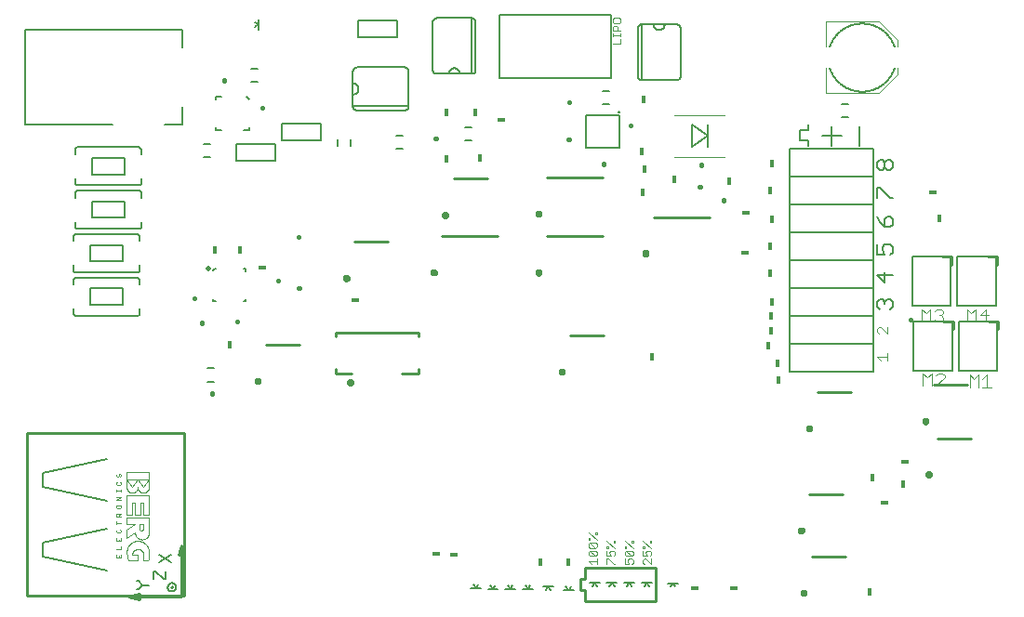
<source format=gto>
G75*
%MOIN*%
%OFA0B0*%
%FSLAX25Y25*%
%IPPOS*%
%LPD*%
%AMOC8*
5,1,8,0,0,1.08239X$1,22.5*
%
%ADD10C,0.00800*%
%ADD11C,0.01000*%
%ADD12C,0.01600*%
%ADD13C,0.00500*%
%ADD14C,0.00400*%
%ADD15C,0.00040*%
%ADD16C,0.00600*%
%ADD17C,0.00200*%
%ADD18C,0.00100*%
%ADD19C,0.02000*%
%ADD20R,0.01600X0.02800*%
%ADD21R,0.02800X0.01600*%
%ADD22C,0.00700*%
%ADD23C,0.00300*%
D10*
X0171456Y0019298D02*
X0173267Y0019298D01*
X0172346Y0020519D01*
X0173267Y0019298D02*
X0175078Y0019298D01*
X0174127Y0020519D02*
X0173367Y0019359D01*
X0177506Y0019098D02*
X0179317Y0019098D01*
X0178396Y0020319D01*
X0179317Y0019098D02*
X0181128Y0019098D01*
X0180177Y0020319D02*
X0179417Y0019159D01*
X0183756Y0019098D02*
X0185567Y0019098D01*
X0184646Y0020319D01*
X0185567Y0019098D02*
X0187378Y0019098D01*
X0186427Y0020319D02*
X0185667Y0019159D01*
X0190006Y0019098D02*
X0191817Y0019098D01*
X0190896Y0020319D01*
X0191817Y0019098D02*
X0193628Y0019098D01*
X0192677Y0020319D02*
X0191917Y0019159D01*
X0197306Y0019987D02*
X0199117Y0019987D01*
X0200037Y0018767D01*
X0200928Y0019987D02*
X0199117Y0019987D01*
X0199017Y0019926D02*
X0198257Y0018767D01*
X0204556Y0018648D02*
X0206367Y0018648D01*
X0205446Y0019869D01*
X0206367Y0018648D02*
X0208178Y0018648D01*
X0207227Y0019869D02*
X0206467Y0018709D01*
X0213856Y0021137D02*
X0215667Y0021137D01*
X0216587Y0019917D01*
X0217478Y0021137D02*
X0215667Y0021137D01*
X0215567Y0021076D02*
X0214807Y0019917D01*
X0220106Y0021137D02*
X0221917Y0021137D01*
X0222837Y0019917D01*
X0223728Y0021137D02*
X0221917Y0021137D01*
X0221817Y0021076D02*
X0221057Y0019917D01*
X0226356Y0021137D02*
X0228167Y0021137D01*
X0229087Y0019917D01*
X0229978Y0021137D02*
X0228167Y0021137D01*
X0228067Y0021076D02*
X0227307Y0019917D01*
X0232606Y0021137D02*
X0234417Y0021137D01*
X0235337Y0019917D01*
X0236228Y0021137D02*
X0234417Y0021137D01*
X0234317Y0021076D02*
X0233557Y0019917D01*
X0241906Y0021037D02*
X0243717Y0021037D01*
X0244637Y0019817D01*
X0245528Y0021037D02*
X0243717Y0021037D01*
X0243617Y0020976D02*
X0242857Y0019817D01*
X0052628Y0117962D02*
X0052628Y0119537D01*
X0052627Y0117962D02*
X0052625Y0117900D01*
X0052619Y0117839D01*
X0052610Y0117778D01*
X0052596Y0117717D01*
X0052579Y0117658D01*
X0052558Y0117600D01*
X0052533Y0117543D01*
X0052505Y0117488D01*
X0052474Y0117435D01*
X0052439Y0117384D01*
X0052401Y0117335D01*
X0052360Y0117288D01*
X0052317Y0117245D01*
X0052270Y0117204D01*
X0052221Y0117166D01*
X0052170Y0117131D01*
X0052117Y0117100D01*
X0052062Y0117072D01*
X0052005Y0117047D01*
X0051947Y0117026D01*
X0051888Y0117009D01*
X0051827Y0116995D01*
X0051766Y0116986D01*
X0051705Y0116980D01*
X0051643Y0116978D01*
X0029990Y0116978D01*
X0029928Y0116980D01*
X0029867Y0116986D01*
X0029806Y0116995D01*
X0029745Y0117009D01*
X0029686Y0117026D01*
X0029628Y0117047D01*
X0029571Y0117072D01*
X0029516Y0117100D01*
X0029463Y0117131D01*
X0029412Y0117166D01*
X0029363Y0117204D01*
X0029316Y0117245D01*
X0029273Y0117288D01*
X0029232Y0117335D01*
X0029194Y0117384D01*
X0029159Y0117435D01*
X0029128Y0117488D01*
X0029100Y0117543D01*
X0029075Y0117600D01*
X0029054Y0117658D01*
X0029037Y0117717D01*
X0029023Y0117778D01*
X0029014Y0117839D01*
X0029008Y0117900D01*
X0029006Y0117962D01*
X0029006Y0119537D01*
X0034911Y0120915D02*
X0034911Y0126820D01*
X0046722Y0126820D01*
X0046722Y0120915D01*
X0034911Y0120915D01*
X0029006Y0128198D02*
X0029006Y0129773D01*
X0029008Y0129835D01*
X0029014Y0129896D01*
X0029023Y0129957D01*
X0029037Y0130018D01*
X0029054Y0130077D01*
X0029075Y0130135D01*
X0029100Y0130192D01*
X0029128Y0130247D01*
X0029159Y0130300D01*
X0029194Y0130351D01*
X0029232Y0130400D01*
X0029273Y0130447D01*
X0029316Y0130490D01*
X0029363Y0130531D01*
X0029412Y0130569D01*
X0029463Y0130604D01*
X0029516Y0130635D01*
X0029571Y0130663D01*
X0029628Y0130688D01*
X0029686Y0130709D01*
X0029745Y0130726D01*
X0029806Y0130740D01*
X0029867Y0130749D01*
X0029928Y0130755D01*
X0029990Y0130757D01*
X0051643Y0130757D01*
X0051705Y0130755D01*
X0051766Y0130749D01*
X0051827Y0130740D01*
X0051888Y0130726D01*
X0051947Y0130709D01*
X0052005Y0130688D01*
X0052062Y0130663D01*
X0052117Y0130635D01*
X0052170Y0130604D01*
X0052221Y0130569D01*
X0052270Y0130531D01*
X0052317Y0130490D01*
X0052360Y0130447D01*
X0052401Y0130400D01*
X0052439Y0130351D01*
X0052474Y0130300D01*
X0052505Y0130247D01*
X0052533Y0130192D01*
X0052558Y0130135D01*
X0052579Y0130077D01*
X0052596Y0130018D01*
X0052610Y0129957D01*
X0052619Y0129896D01*
X0052625Y0129835D01*
X0052627Y0129773D01*
X0052628Y0129773D02*
X0052628Y0128198D01*
X0051643Y0132578D02*
X0029990Y0132578D01*
X0029928Y0132580D01*
X0029867Y0132586D01*
X0029806Y0132595D01*
X0029745Y0132609D01*
X0029686Y0132626D01*
X0029628Y0132647D01*
X0029571Y0132672D01*
X0029516Y0132700D01*
X0029463Y0132731D01*
X0029412Y0132766D01*
X0029363Y0132804D01*
X0029316Y0132845D01*
X0029273Y0132888D01*
X0029232Y0132935D01*
X0029194Y0132984D01*
X0029159Y0133035D01*
X0029128Y0133088D01*
X0029100Y0133143D01*
X0029075Y0133200D01*
X0029054Y0133258D01*
X0029037Y0133317D01*
X0029023Y0133378D01*
X0029014Y0133439D01*
X0029008Y0133500D01*
X0029006Y0133562D01*
X0029006Y0135137D01*
X0034911Y0136515D02*
X0034911Y0142420D01*
X0046722Y0142420D01*
X0046722Y0136515D01*
X0034911Y0136515D01*
X0029006Y0143798D02*
X0029006Y0145373D01*
X0029008Y0145435D01*
X0029014Y0145496D01*
X0029023Y0145557D01*
X0029037Y0145618D01*
X0029054Y0145677D01*
X0029075Y0145735D01*
X0029100Y0145792D01*
X0029128Y0145847D01*
X0029159Y0145900D01*
X0029194Y0145951D01*
X0029232Y0146000D01*
X0029273Y0146047D01*
X0029316Y0146090D01*
X0029363Y0146131D01*
X0029412Y0146169D01*
X0029463Y0146204D01*
X0029516Y0146235D01*
X0029571Y0146263D01*
X0029628Y0146288D01*
X0029686Y0146309D01*
X0029745Y0146326D01*
X0029806Y0146340D01*
X0029867Y0146349D01*
X0029928Y0146355D01*
X0029990Y0146357D01*
X0051643Y0146357D01*
X0051705Y0146355D01*
X0051766Y0146349D01*
X0051827Y0146340D01*
X0051888Y0146326D01*
X0051947Y0146309D01*
X0052005Y0146288D01*
X0052062Y0146263D01*
X0052117Y0146235D01*
X0052170Y0146204D01*
X0052221Y0146169D01*
X0052270Y0146131D01*
X0052317Y0146090D01*
X0052360Y0146047D01*
X0052401Y0146000D01*
X0052439Y0145951D01*
X0052474Y0145900D01*
X0052505Y0145847D01*
X0052533Y0145792D01*
X0052558Y0145735D01*
X0052579Y0145677D01*
X0052596Y0145618D01*
X0052610Y0145557D01*
X0052619Y0145496D01*
X0052625Y0145435D01*
X0052627Y0145373D01*
X0052628Y0145373D02*
X0052628Y0143798D01*
X0052243Y0148178D02*
X0030590Y0148178D01*
X0030528Y0148180D01*
X0030467Y0148186D01*
X0030406Y0148195D01*
X0030345Y0148209D01*
X0030286Y0148226D01*
X0030228Y0148247D01*
X0030171Y0148272D01*
X0030116Y0148300D01*
X0030063Y0148331D01*
X0030012Y0148366D01*
X0029963Y0148404D01*
X0029916Y0148445D01*
X0029873Y0148488D01*
X0029832Y0148535D01*
X0029794Y0148584D01*
X0029759Y0148635D01*
X0029728Y0148688D01*
X0029700Y0148743D01*
X0029675Y0148800D01*
X0029654Y0148858D01*
X0029637Y0148917D01*
X0029623Y0148978D01*
X0029614Y0149039D01*
X0029608Y0149100D01*
X0029606Y0149162D01*
X0029606Y0150737D01*
X0035511Y0152115D02*
X0035511Y0158020D01*
X0047322Y0158020D01*
X0047322Y0152115D01*
X0035511Y0152115D01*
X0029606Y0159398D02*
X0029606Y0160973D01*
X0029608Y0161035D01*
X0029614Y0161096D01*
X0029623Y0161157D01*
X0029637Y0161218D01*
X0029654Y0161277D01*
X0029675Y0161335D01*
X0029700Y0161392D01*
X0029728Y0161447D01*
X0029759Y0161500D01*
X0029794Y0161551D01*
X0029832Y0161600D01*
X0029873Y0161647D01*
X0029916Y0161690D01*
X0029963Y0161731D01*
X0030012Y0161769D01*
X0030063Y0161804D01*
X0030116Y0161835D01*
X0030171Y0161863D01*
X0030228Y0161888D01*
X0030286Y0161909D01*
X0030345Y0161926D01*
X0030406Y0161940D01*
X0030467Y0161949D01*
X0030528Y0161955D01*
X0030590Y0161957D01*
X0052243Y0161957D01*
X0052305Y0161955D01*
X0052366Y0161949D01*
X0052427Y0161940D01*
X0052488Y0161926D01*
X0052547Y0161909D01*
X0052605Y0161888D01*
X0052662Y0161863D01*
X0052717Y0161835D01*
X0052770Y0161804D01*
X0052821Y0161769D01*
X0052870Y0161731D01*
X0052917Y0161690D01*
X0052960Y0161647D01*
X0053001Y0161600D01*
X0053039Y0161551D01*
X0053074Y0161500D01*
X0053105Y0161447D01*
X0053133Y0161392D01*
X0053158Y0161335D01*
X0053179Y0161277D01*
X0053196Y0161218D01*
X0053210Y0161157D01*
X0053219Y0161096D01*
X0053225Y0161035D01*
X0053227Y0160973D01*
X0053228Y0160973D02*
X0053228Y0159398D01*
X0052243Y0163778D02*
X0030590Y0163778D01*
X0030528Y0163780D01*
X0030467Y0163786D01*
X0030406Y0163795D01*
X0030345Y0163809D01*
X0030286Y0163826D01*
X0030228Y0163847D01*
X0030171Y0163872D01*
X0030116Y0163900D01*
X0030063Y0163931D01*
X0030012Y0163966D01*
X0029963Y0164004D01*
X0029916Y0164045D01*
X0029873Y0164088D01*
X0029832Y0164135D01*
X0029794Y0164184D01*
X0029759Y0164235D01*
X0029728Y0164288D01*
X0029700Y0164343D01*
X0029675Y0164400D01*
X0029654Y0164458D01*
X0029637Y0164517D01*
X0029623Y0164578D01*
X0029614Y0164639D01*
X0029608Y0164700D01*
X0029606Y0164762D01*
X0029606Y0166337D01*
X0035511Y0167715D02*
X0035511Y0173620D01*
X0047322Y0173620D01*
X0047322Y0167715D01*
X0035511Y0167715D01*
X0029606Y0174998D02*
X0029606Y0176573D01*
X0029608Y0176635D01*
X0029614Y0176696D01*
X0029623Y0176757D01*
X0029637Y0176818D01*
X0029654Y0176877D01*
X0029675Y0176935D01*
X0029700Y0176992D01*
X0029728Y0177047D01*
X0029759Y0177100D01*
X0029794Y0177151D01*
X0029832Y0177200D01*
X0029873Y0177247D01*
X0029916Y0177290D01*
X0029963Y0177331D01*
X0030012Y0177369D01*
X0030063Y0177404D01*
X0030116Y0177435D01*
X0030171Y0177463D01*
X0030228Y0177488D01*
X0030286Y0177509D01*
X0030345Y0177526D01*
X0030406Y0177540D01*
X0030467Y0177549D01*
X0030528Y0177555D01*
X0030590Y0177557D01*
X0052243Y0177557D01*
X0052305Y0177555D01*
X0052366Y0177549D01*
X0052427Y0177540D01*
X0052488Y0177526D01*
X0052547Y0177509D01*
X0052605Y0177488D01*
X0052662Y0177463D01*
X0052717Y0177435D01*
X0052770Y0177404D01*
X0052821Y0177369D01*
X0052870Y0177331D01*
X0052917Y0177290D01*
X0052960Y0177247D01*
X0053001Y0177200D01*
X0053039Y0177151D01*
X0053074Y0177100D01*
X0053105Y0177047D01*
X0053133Y0176992D01*
X0053158Y0176935D01*
X0053179Y0176877D01*
X0053196Y0176818D01*
X0053210Y0176757D01*
X0053219Y0176696D01*
X0053225Y0176635D01*
X0053227Y0176573D01*
X0053228Y0176573D02*
X0053228Y0174998D01*
X0053228Y0166337D02*
X0053228Y0164762D01*
X0053227Y0164762D02*
X0053225Y0164700D01*
X0053219Y0164639D01*
X0053210Y0164578D01*
X0053196Y0164517D01*
X0053179Y0164458D01*
X0053158Y0164400D01*
X0053133Y0164343D01*
X0053105Y0164288D01*
X0053074Y0164235D01*
X0053039Y0164184D01*
X0053001Y0164135D01*
X0052960Y0164088D01*
X0052917Y0164045D01*
X0052870Y0164004D01*
X0052821Y0163966D01*
X0052770Y0163931D01*
X0052717Y0163900D01*
X0052662Y0163872D01*
X0052605Y0163847D01*
X0052547Y0163826D01*
X0052488Y0163809D01*
X0052427Y0163795D01*
X0052366Y0163786D01*
X0052305Y0163780D01*
X0052243Y0163778D01*
X0053228Y0150737D02*
X0053228Y0149162D01*
X0053227Y0149162D02*
X0053225Y0149100D01*
X0053219Y0149039D01*
X0053210Y0148978D01*
X0053196Y0148917D01*
X0053179Y0148858D01*
X0053158Y0148800D01*
X0053133Y0148743D01*
X0053105Y0148688D01*
X0053074Y0148635D01*
X0053039Y0148584D01*
X0053001Y0148535D01*
X0052960Y0148488D01*
X0052917Y0148445D01*
X0052870Y0148404D01*
X0052821Y0148366D01*
X0052770Y0148331D01*
X0052717Y0148300D01*
X0052662Y0148272D01*
X0052605Y0148247D01*
X0052547Y0148226D01*
X0052488Y0148209D01*
X0052427Y0148195D01*
X0052366Y0148186D01*
X0052305Y0148180D01*
X0052243Y0148178D01*
X0052628Y0135137D02*
X0052628Y0133562D01*
X0052627Y0133562D02*
X0052625Y0133500D01*
X0052619Y0133439D01*
X0052610Y0133378D01*
X0052596Y0133317D01*
X0052579Y0133258D01*
X0052558Y0133200D01*
X0052533Y0133143D01*
X0052505Y0133088D01*
X0052474Y0133035D01*
X0052439Y0132984D01*
X0052401Y0132935D01*
X0052360Y0132888D01*
X0052317Y0132845D01*
X0052270Y0132804D01*
X0052221Y0132766D01*
X0052170Y0132731D01*
X0052117Y0132700D01*
X0052062Y0132672D01*
X0052005Y0132647D01*
X0051947Y0132626D01*
X0051888Y0132609D01*
X0051827Y0132595D01*
X0051766Y0132586D01*
X0051705Y0132580D01*
X0051643Y0132578D01*
X0043071Y0185639D02*
X0011772Y0185639D01*
X0011772Y0219497D01*
X0068071Y0219497D01*
X0068071Y0213198D01*
X0094065Y0220647D02*
X0095286Y0221568D01*
X0095286Y0223379D01*
X0094065Y0222428D02*
X0095225Y0221668D01*
X0095286Y0221568D02*
X0095286Y0219757D01*
X0129117Y0204618D02*
X0129117Y0200418D01*
X0129117Y0196418D01*
X0129117Y0192218D01*
X0129117Y0192118D02*
X0149117Y0192118D01*
X0149117Y0192218D02*
X0149117Y0204618D01*
X0149115Y0204694D01*
X0149109Y0204770D01*
X0149100Y0204845D01*
X0149086Y0204920D01*
X0149069Y0204994D01*
X0149048Y0205067D01*
X0149024Y0205139D01*
X0148995Y0205210D01*
X0148964Y0205279D01*
X0148929Y0205346D01*
X0148890Y0205411D01*
X0148848Y0205475D01*
X0148803Y0205536D01*
X0148755Y0205595D01*
X0148704Y0205651D01*
X0148650Y0205705D01*
X0148594Y0205756D01*
X0148535Y0205804D01*
X0148474Y0205849D01*
X0148410Y0205891D01*
X0148345Y0205930D01*
X0148278Y0205965D01*
X0148209Y0205996D01*
X0148138Y0206025D01*
X0148066Y0206049D01*
X0147993Y0206070D01*
X0147919Y0206087D01*
X0147844Y0206101D01*
X0147769Y0206110D01*
X0147693Y0206116D01*
X0147617Y0206118D01*
X0130617Y0206118D01*
X0130541Y0206116D01*
X0130465Y0206110D01*
X0130390Y0206101D01*
X0130315Y0206087D01*
X0130241Y0206070D01*
X0130168Y0206049D01*
X0130096Y0206025D01*
X0130025Y0205996D01*
X0129956Y0205965D01*
X0129889Y0205930D01*
X0129824Y0205891D01*
X0129760Y0205849D01*
X0129699Y0205804D01*
X0129640Y0205756D01*
X0129584Y0205705D01*
X0129530Y0205651D01*
X0129479Y0205595D01*
X0129431Y0205536D01*
X0129386Y0205475D01*
X0129344Y0205411D01*
X0129305Y0205346D01*
X0129270Y0205279D01*
X0129239Y0205210D01*
X0129210Y0205139D01*
X0129186Y0205067D01*
X0129165Y0204994D01*
X0129148Y0204920D01*
X0129134Y0204845D01*
X0129125Y0204770D01*
X0129119Y0204694D01*
X0129117Y0204618D01*
X0129117Y0200418D02*
X0129205Y0200416D01*
X0129294Y0200410D01*
X0129382Y0200400D01*
X0129469Y0200387D01*
X0129556Y0200369D01*
X0129642Y0200348D01*
X0129727Y0200323D01*
X0129810Y0200294D01*
X0129893Y0200261D01*
X0129973Y0200225D01*
X0130052Y0200186D01*
X0130130Y0200143D01*
X0130205Y0200096D01*
X0130278Y0200046D01*
X0130349Y0199993D01*
X0130418Y0199937D01*
X0130484Y0199878D01*
X0130547Y0199816D01*
X0130607Y0199752D01*
X0130665Y0199685D01*
X0130719Y0199615D01*
X0130771Y0199543D01*
X0130819Y0199469D01*
X0130864Y0199392D01*
X0130905Y0199314D01*
X0130943Y0199234D01*
X0130977Y0199153D01*
X0131008Y0199070D01*
X0131035Y0198985D01*
X0131058Y0198900D01*
X0131077Y0198814D01*
X0131093Y0198726D01*
X0131105Y0198639D01*
X0131113Y0198551D01*
X0131117Y0198462D01*
X0131117Y0198374D01*
X0131113Y0198285D01*
X0131105Y0198197D01*
X0131093Y0198110D01*
X0131077Y0198022D01*
X0131058Y0197936D01*
X0131035Y0197851D01*
X0131008Y0197766D01*
X0130977Y0197683D01*
X0130943Y0197602D01*
X0130905Y0197522D01*
X0130864Y0197444D01*
X0130819Y0197367D01*
X0130771Y0197293D01*
X0130719Y0197221D01*
X0130665Y0197151D01*
X0130607Y0197084D01*
X0130547Y0197020D01*
X0130484Y0196958D01*
X0130418Y0196899D01*
X0130349Y0196843D01*
X0130278Y0196790D01*
X0130205Y0196740D01*
X0130130Y0196693D01*
X0130052Y0196650D01*
X0129973Y0196611D01*
X0129893Y0196575D01*
X0129810Y0196542D01*
X0129727Y0196513D01*
X0129642Y0196488D01*
X0129556Y0196467D01*
X0129469Y0196449D01*
X0129382Y0196436D01*
X0129294Y0196426D01*
X0129205Y0196420D01*
X0129117Y0196418D01*
X0129117Y0192218D02*
X0129119Y0192142D01*
X0129125Y0192066D01*
X0129134Y0191991D01*
X0129148Y0191916D01*
X0129165Y0191842D01*
X0129186Y0191769D01*
X0129210Y0191697D01*
X0129239Y0191626D01*
X0129270Y0191557D01*
X0129305Y0191490D01*
X0129344Y0191425D01*
X0129386Y0191361D01*
X0129431Y0191300D01*
X0129479Y0191241D01*
X0129530Y0191185D01*
X0129584Y0191131D01*
X0129640Y0191080D01*
X0129699Y0191032D01*
X0129760Y0190987D01*
X0129824Y0190945D01*
X0129889Y0190906D01*
X0129956Y0190871D01*
X0130025Y0190840D01*
X0130096Y0190811D01*
X0130168Y0190787D01*
X0130241Y0190766D01*
X0130315Y0190749D01*
X0130390Y0190735D01*
X0130465Y0190726D01*
X0130541Y0190720D01*
X0130617Y0190718D01*
X0147617Y0190718D01*
X0147693Y0190720D01*
X0147769Y0190726D01*
X0147844Y0190735D01*
X0147919Y0190749D01*
X0147993Y0190766D01*
X0148066Y0190787D01*
X0148138Y0190811D01*
X0148209Y0190840D01*
X0148278Y0190871D01*
X0148345Y0190906D01*
X0148410Y0190945D01*
X0148474Y0190987D01*
X0148535Y0191032D01*
X0148594Y0191080D01*
X0148650Y0191131D01*
X0148704Y0191185D01*
X0148755Y0191241D01*
X0148803Y0191300D01*
X0148848Y0191361D01*
X0148890Y0191425D01*
X0148929Y0191490D01*
X0148964Y0191557D01*
X0148995Y0191626D01*
X0149024Y0191697D01*
X0149048Y0191769D01*
X0149069Y0191842D01*
X0149086Y0191916D01*
X0149100Y0191991D01*
X0149109Y0192066D01*
X0149115Y0192142D01*
X0149117Y0192218D01*
X0159217Y0203818D02*
X0163417Y0203818D01*
X0167417Y0203818D01*
X0171617Y0203818D01*
X0171717Y0203818D02*
X0171717Y0223818D01*
X0171617Y0223818D02*
X0159217Y0223818D01*
X0159141Y0223816D01*
X0159065Y0223810D01*
X0158990Y0223801D01*
X0158915Y0223787D01*
X0158841Y0223770D01*
X0158768Y0223749D01*
X0158696Y0223725D01*
X0158625Y0223696D01*
X0158556Y0223665D01*
X0158489Y0223630D01*
X0158424Y0223591D01*
X0158360Y0223549D01*
X0158299Y0223504D01*
X0158240Y0223456D01*
X0158184Y0223405D01*
X0158130Y0223351D01*
X0158079Y0223295D01*
X0158031Y0223236D01*
X0157986Y0223175D01*
X0157944Y0223111D01*
X0157905Y0223046D01*
X0157870Y0222979D01*
X0157839Y0222910D01*
X0157810Y0222839D01*
X0157786Y0222767D01*
X0157765Y0222694D01*
X0157748Y0222620D01*
X0157734Y0222545D01*
X0157725Y0222470D01*
X0157719Y0222394D01*
X0157717Y0222318D01*
X0157717Y0205318D01*
X0157719Y0205242D01*
X0157725Y0205166D01*
X0157734Y0205091D01*
X0157748Y0205016D01*
X0157765Y0204942D01*
X0157786Y0204869D01*
X0157810Y0204797D01*
X0157839Y0204726D01*
X0157870Y0204657D01*
X0157905Y0204590D01*
X0157944Y0204525D01*
X0157986Y0204461D01*
X0158031Y0204400D01*
X0158079Y0204341D01*
X0158130Y0204285D01*
X0158184Y0204231D01*
X0158240Y0204180D01*
X0158299Y0204132D01*
X0158360Y0204087D01*
X0158424Y0204045D01*
X0158489Y0204006D01*
X0158556Y0203971D01*
X0158625Y0203940D01*
X0158696Y0203911D01*
X0158768Y0203887D01*
X0158841Y0203866D01*
X0158915Y0203849D01*
X0158990Y0203835D01*
X0159065Y0203826D01*
X0159141Y0203820D01*
X0159217Y0203818D01*
X0163417Y0203818D02*
X0163419Y0203906D01*
X0163425Y0203995D01*
X0163435Y0204083D01*
X0163448Y0204170D01*
X0163466Y0204257D01*
X0163487Y0204343D01*
X0163512Y0204428D01*
X0163541Y0204511D01*
X0163574Y0204594D01*
X0163610Y0204674D01*
X0163649Y0204753D01*
X0163692Y0204831D01*
X0163739Y0204906D01*
X0163789Y0204979D01*
X0163842Y0205050D01*
X0163898Y0205119D01*
X0163957Y0205185D01*
X0164019Y0205248D01*
X0164083Y0205308D01*
X0164150Y0205366D01*
X0164220Y0205420D01*
X0164292Y0205472D01*
X0164366Y0205520D01*
X0164443Y0205565D01*
X0164521Y0205606D01*
X0164601Y0205644D01*
X0164682Y0205678D01*
X0164765Y0205709D01*
X0164850Y0205736D01*
X0164935Y0205759D01*
X0165021Y0205778D01*
X0165109Y0205794D01*
X0165196Y0205806D01*
X0165284Y0205814D01*
X0165373Y0205818D01*
X0165461Y0205818D01*
X0165550Y0205814D01*
X0165638Y0205806D01*
X0165725Y0205794D01*
X0165813Y0205778D01*
X0165899Y0205759D01*
X0165984Y0205736D01*
X0166069Y0205709D01*
X0166152Y0205678D01*
X0166233Y0205644D01*
X0166313Y0205606D01*
X0166391Y0205565D01*
X0166468Y0205520D01*
X0166542Y0205472D01*
X0166614Y0205420D01*
X0166684Y0205366D01*
X0166751Y0205308D01*
X0166815Y0205248D01*
X0166877Y0205185D01*
X0166936Y0205119D01*
X0166992Y0205050D01*
X0167045Y0204979D01*
X0167095Y0204906D01*
X0167142Y0204831D01*
X0167185Y0204753D01*
X0167224Y0204674D01*
X0167260Y0204594D01*
X0167293Y0204511D01*
X0167322Y0204428D01*
X0167347Y0204343D01*
X0167368Y0204257D01*
X0167386Y0204170D01*
X0167399Y0204083D01*
X0167409Y0203995D01*
X0167415Y0203906D01*
X0167417Y0203818D01*
X0171617Y0203818D02*
X0171693Y0203820D01*
X0171769Y0203826D01*
X0171844Y0203835D01*
X0171919Y0203849D01*
X0171993Y0203866D01*
X0172066Y0203887D01*
X0172138Y0203911D01*
X0172209Y0203940D01*
X0172278Y0203971D01*
X0172345Y0204006D01*
X0172410Y0204045D01*
X0172474Y0204087D01*
X0172535Y0204132D01*
X0172594Y0204180D01*
X0172650Y0204231D01*
X0172704Y0204285D01*
X0172755Y0204341D01*
X0172803Y0204400D01*
X0172848Y0204461D01*
X0172890Y0204525D01*
X0172929Y0204590D01*
X0172964Y0204657D01*
X0172995Y0204726D01*
X0173024Y0204797D01*
X0173048Y0204869D01*
X0173069Y0204942D01*
X0173086Y0205016D01*
X0173100Y0205091D01*
X0173109Y0205166D01*
X0173115Y0205242D01*
X0173117Y0205318D01*
X0173117Y0222318D01*
X0173115Y0222394D01*
X0173109Y0222470D01*
X0173100Y0222545D01*
X0173086Y0222620D01*
X0173069Y0222694D01*
X0173048Y0222767D01*
X0173024Y0222839D01*
X0172995Y0222910D01*
X0172964Y0222979D01*
X0172929Y0223046D01*
X0172890Y0223111D01*
X0172848Y0223175D01*
X0172803Y0223236D01*
X0172755Y0223295D01*
X0172704Y0223351D01*
X0172650Y0223405D01*
X0172594Y0223456D01*
X0172535Y0223504D01*
X0172474Y0223549D01*
X0172410Y0223591D01*
X0172345Y0223630D01*
X0172278Y0223665D01*
X0172209Y0223696D01*
X0172138Y0223725D01*
X0172066Y0223749D01*
X0171993Y0223770D01*
X0171919Y0223787D01*
X0171844Y0223801D01*
X0171769Y0223810D01*
X0171693Y0223816D01*
X0171617Y0223818D01*
X0231167Y0220068D02*
X0231167Y0203068D01*
X0231169Y0202992D01*
X0231175Y0202916D01*
X0231184Y0202841D01*
X0231198Y0202766D01*
X0231215Y0202692D01*
X0231236Y0202619D01*
X0231260Y0202547D01*
X0231289Y0202476D01*
X0231320Y0202407D01*
X0231355Y0202340D01*
X0231394Y0202275D01*
X0231436Y0202211D01*
X0231481Y0202150D01*
X0231529Y0202091D01*
X0231580Y0202035D01*
X0231634Y0201981D01*
X0231690Y0201930D01*
X0231749Y0201882D01*
X0231810Y0201837D01*
X0231874Y0201795D01*
X0231939Y0201756D01*
X0232006Y0201721D01*
X0232075Y0201690D01*
X0232146Y0201661D01*
X0232218Y0201637D01*
X0232291Y0201616D01*
X0232365Y0201599D01*
X0232440Y0201585D01*
X0232515Y0201576D01*
X0232591Y0201570D01*
X0232667Y0201568D01*
X0245067Y0201568D01*
X0245143Y0201570D01*
X0245219Y0201576D01*
X0245294Y0201585D01*
X0245369Y0201599D01*
X0245443Y0201616D01*
X0245516Y0201637D01*
X0245588Y0201661D01*
X0245659Y0201690D01*
X0245728Y0201721D01*
X0245795Y0201756D01*
X0245860Y0201795D01*
X0245924Y0201837D01*
X0245985Y0201882D01*
X0246044Y0201930D01*
X0246100Y0201981D01*
X0246154Y0202035D01*
X0246205Y0202091D01*
X0246253Y0202150D01*
X0246298Y0202211D01*
X0246340Y0202275D01*
X0246379Y0202340D01*
X0246414Y0202407D01*
X0246445Y0202476D01*
X0246474Y0202547D01*
X0246498Y0202619D01*
X0246519Y0202692D01*
X0246536Y0202766D01*
X0246550Y0202841D01*
X0246559Y0202916D01*
X0246565Y0202992D01*
X0246567Y0203068D01*
X0246567Y0220068D01*
X0246565Y0220144D01*
X0246559Y0220220D01*
X0246550Y0220295D01*
X0246536Y0220370D01*
X0246519Y0220444D01*
X0246498Y0220517D01*
X0246474Y0220589D01*
X0246445Y0220660D01*
X0246414Y0220729D01*
X0246379Y0220796D01*
X0246340Y0220861D01*
X0246298Y0220925D01*
X0246253Y0220986D01*
X0246205Y0221045D01*
X0246154Y0221101D01*
X0246100Y0221155D01*
X0246044Y0221206D01*
X0245985Y0221254D01*
X0245924Y0221299D01*
X0245860Y0221341D01*
X0245795Y0221380D01*
X0245728Y0221415D01*
X0245659Y0221446D01*
X0245588Y0221475D01*
X0245516Y0221499D01*
X0245443Y0221520D01*
X0245369Y0221537D01*
X0245294Y0221551D01*
X0245219Y0221560D01*
X0245143Y0221566D01*
X0245067Y0221568D01*
X0240867Y0221568D01*
X0236867Y0221568D01*
X0232667Y0221568D01*
X0232567Y0221568D02*
X0232567Y0201568D01*
X0250735Y0185505D02*
X0250735Y0177631D01*
X0256141Y0181568D01*
X0250735Y0185505D01*
X0256141Y0185505D02*
X0256141Y0177631D01*
X0231167Y0220068D02*
X0231169Y0220144D01*
X0231175Y0220220D01*
X0231184Y0220295D01*
X0231198Y0220370D01*
X0231215Y0220444D01*
X0231236Y0220517D01*
X0231260Y0220589D01*
X0231289Y0220660D01*
X0231320Y0220729D01*
X0231355Y0220796D01*
X0231394Y0220861D01*
X0231436Y0220925D01*
X0231481Y0220986D01*
X0231529Y0221045D01*
X0231580Y0221101D01*
X0231634Y0221155D01*
X0231690Y0221206D01*
X0231749Y0221254D01*
X0231810Y0221299D01*
X0231874Y0221341D01*
X0231939Y0221380D01*
X0232006Y0221415D01*
X0232075Y0221446D01*
X0232146Y0221475D01*
X0232218Y0221499D01*
X0232291Y0221520D01*
X0232365Y0221537D01*
X0232440Y0221551D01*
X0232515Y0221560D01*
X0232591Y0221566D01*
X0232667Y0221568D01*
X0236867Y0221568D02*
X0236869Y0221480D01*
X0236875Y0221391D01*
X0236885Y0221303D01*
X0236898Y0221216D01*
X0236916Y0221129D01*
X0236937Y0221043D01*
X0236962Y0220958D01*
X0236991Y0220875D01*
X0237024Y0220792D01*
X0237060Y0220712D01*
X0237099Y0220633D01*
X0237142Y0220555D01*
X0237189Y0220480D01*
X0237239Y0220407D01*
X0237292Y0220336D01*
X0237348Y0220267D01*
X0237407Y0220201D01*
X0237469Y0220138D01*
X0237533Y0220078D01*
X0237600Y0220020D01*
X0237670Y0219966D01*
X0237742Y0219914D01*
X0237816Y0219866D01*
X0237893Y0219821D01*
X0237971Y0219780D01*
X0238051Y0219742D01*
X0238132Y0219708D01*
X0238215Y0219677D01*
X0238300Y0219650D01*
X0238385Y0219627D01*
X0238471Y0219608D01*
X0238559Y0219592D01*
X0238646Y0219580D01*
X0238734Y0219572D01*
X0238823Y0219568D01*
X0238911Y0219568D01*
X0239000Y0219572D01*
X0239088Y0219580D01*
X0239175Y0219592D01*
X0239263Y0219608D01*
X0239349Y0219627D01*
X0239434Y0219650D01*
X0239519Y0219677D01*
X0239602Y0219708D01*
X0239683Y0219742D01*
X0239763Y0219780D01*
X0239841Y0219821D01*
X0239918Y0219866D01*
X0239992Y0219914D01*
X0240064Y0219966D01*
X0240134Y0220020D01*
X0240201Y0220078D01*
X0240265Y0220138D01*
X0240327Y0220201D01*
X0240386Y0220267D01*
X0240442Y0220336D01*
X0240495Y0220407D01*
X0240545Y0220480D01*
X0240592Y0220555D01*
X0240635Y0220633D01*
X0240674Y0220712D01*
X0240710Y0220792D01*
X0240743Y0220875D01*
X0240772Y0220958D01*
X0240797Y0221043D01*
X0240818Y0221129D01*
X0240836Y0221216D01*
X0240849Y0221303D01*
X0240859Y0221391D01*
X0240865Y0221480D01*
X0240867Y0221568D01*
X0068071Y0191938D02*
X0068071Y0185639D01*
X0061772Y0185639D01*
D11*
X0068598Y0016634D02*
X0012299Y0016634D01*
X0012299Y0074902D01*
X0068598Y0074902D01*
X0068598Y0016634D01*
X0067767Y0016168D02*
X0067767Y0034668D01*
X0068767Y0031168D01*
X0066767Y0031168D01*
X0067767Y0034668D01*
X0064117Y0019668D02*
X0064119Y0019692D01*
X0064125Y0019716D01*
X0064134Y0019738D01*
X0064147Y0019758D01*
X0064163Y0019776D01*
X0064182Y0019791D01*
X0064203Y0019804D01*
X0064225Y0019812D01*
X0064249Y0019817D01*
X0064273Y0019818D01*
X0064297Y0019815D01*
X0064320Y0019808D01*
X0064342Y0019798D01*
X0064362Y0019784D01*
X0064379Y0019767D01*
X0064394Y0019748D01*
X0064405Y0019727D01*
X0064413Y0019704D01*
X0064417Y0019680D01*
X0064417Y0019656D01*
X0064413Y0019632D01*
X0064405Y0019609D01*
X0064394Y0019588D01*
X0064379Y0019569D01*
X0064362Y0019552D01*
X0064342Y0019538D01*
X0064320Y0019528D01*
X0064297Y0019521D01*
X0064273Y0019518D01*
X0064249Y0019519D01*
X0064225Y0019524D01*
X0064203Y0019532D01*
X0064182Y0019545D01*
X0064163Y0019560D01*
X0064147Y0019578D01*
X0064134Y0019598D01*
X0064125Y0019620D01*
X0064119Y0019644D01*
X0064117Y0019668D01*
X0067767Y0016168D02*
X0048767Y0016168D01*
X0052767Y0017168D01*
X0052767Y0015168D01*
X0048767Y0016168D01*
X0123017Y0096268D02*
X0123017Y0098068D01*
X0123017Y0096268D02*
X0128667Y0096268D01*
X0146667Y0096268D02*
X0152517Y0096268D01*
X0152517Y0098068D01*
X0152517Y0109568D02*
X0152517Y0110868D01*
X0123017Y0110868D01*
X0123017Y0109568D01*
X0109967Y0106568D02*
X0097967Y0106568D01*
X0129767Y0143518D02*
X0141767Y0143518D01*
X0161117Y0145568D02*
X0181117Y0145568D01*
X0198667Y0145518D02*
X0218667Y0145518D01*
X0236967Y0152418D02*
X0256967Y0152418D01*
X0218667Y0166618D02*
X0198667Y0166618D01*
X0177167Y0166118D02*
X0165167Y0166118D01*
X0206967Y0109868D02*
X0218967Y0109868D01*
X0295567Y0089568D02*
X0307567Y0089568D01*
X0337367Y0092168D02*
X0349367Y0092168D01*
X0350467Y0073068D02*
X0338467Y0073068D01*
X0304767Y0052968D02*
X0292767Y0052968D01*
X0293567Y0030568D02*
X0305567Y0030568D01*
X0237667Y0026718D02*
X0237667Y0014718D01*
X0212167Y0014718D01*
X0212167Y0018718D01*
X0210667Y0018718D01*
X0210667Y0022718D01*
X0212167Y0022718D01*
X0212167Y0026718D01*
X0237667Y0026718D01*
X0344217Y0112118D02*
X0344217Y0114988D01*
X0340717Y0114988D01*
X0356917Y0114988D02*
X0360417Y0114988D01*
X0360417Y0112118D01*
X0359967Y0135368D02*
X0359967Y0138238D01*
X0356467Y0138238D01*
X0343767Y0138238D02*
X0343767Y0135368D01*
X0343767Y0138238D02*
X0340267Y0138238D01*
D12*
X0329117Y0115688D02*
X0329117Y0115448D01*
X0333955Y0079168D02*
X0333957Y0079208D01*
X0333963Y0079248D01*
X0333973Y0079288D01*
X0333986Y0079326D01*
X0334004Y0079362D01*
X0334024Y0079397D01*
X0334049Y0079429D01*
X0334076Y0079459D01*
X0334106Y0079486D01*
X0334138Y0079511D01*
X0334173Y0079531D01*
X0334209Y0079549D01*
X0334247Y0079562D01*
X0334287Y0079572D01*
X0334327Y0079578D01*
X0334367Y0079580D01*
X0334407Y0079578D01*
X0334447Y0079572D01*
X0334487Y0079562D01*
X0334525Y0079549D01*
X0334561Y0079531D01*
X0334596Y0079511D01*
X0334628Y0079486D01*
X0334658Y0079459D01*
X0334685Y0079429D01*
X0334710Y0079397D01*
X0334730Y0079362D01*
X0334748Y0079326D01*
X0334761Y0079288D01*
X0334771Y0079248D01*
X0334777Y0079208D01*
X0334779Y0079168D01*
X0334777Y0079128D01*
X0334771Y0079088D01*
X0334761Y0079048D01*
X0334748Y0079010D01*
X0334730Y0078974D01*
X0334710Y0078939D01*
X0334685Y0078907D01*
X0334658Y0078877D01*
X0334628Y0078850D01*
X0334596Y0078825D01*
X0334561Y0078805D01*
X0334525Y0078787D01*
X0334487Y0078774D01*
X0334447Y0078764D01*
X0334407Y0078758D01*
X0334367Y0078756D01*
X0334327Y0078758D01*
X0334287Y0078764D01*
X0334247Y0078774D01*
X0334209Y0078787D01*
X0334173Y0078805D01*
X0334138Y0078825D01*
X0334106Y0078850D01*
X0334076Y0078877D01*
X0334049Y0078907D01*
X0334024Y0078939D01*
X0334004Y0078974D01*
X0333986Y0079010D01*
X0333973Y0079048D01*
X0333963Y0079088D01*
X0333957Y0079128D01*
X0333955Y0079168D01*
X0335055Y0060068D02*
X0335057Y0060108D01*
X0335063Y0060148D01*
X0335073Y0060188D01*
X0335086Y0060226D01*
X0335104Y0060262D01*
X0335124Y0060297D01*
X0335149Y0060329D01*
X0335176Y0060359D01*
X0335206Y0060386D01*
X0335238Y0060411D01*
X0335273Y0060431D01*
X0335309Y0060449D01*
X0335347Y0060462D01*
X0335387Y0060472D01*
X0335427Y0060478D01*
X0335467Y0060480D01*
X0335507Y0060478D01*
X0335547Y0060472D01*
X0335587Y0060462D01*
X0335625Y0060449D01*
X0335661Y0060431D01*
X0335696Y0060411D01*
X0335728Y0060386D01*
X0335758Y0060359D01*
X0335785Y0060329D01*
X0335810Y0060297D01*
X0335830Y0060262D01*
X0335848Y0060226D01*
X0335861Y0060188D01*
X0335871Y0060148D01*
X0335877Y0060108D01*
X0335879Y0060068D01*
X0335877Y0060028D01*
X0335871Y0059988D01*
X0335861Y0059948D01*
X0335848Y0059910D01*
X0335830Y0059874D01*
X0335810Y0059839D01*
X0335785Y0059807D01*
X0335758Y0059777D01*
X0335728Y0059750D01*
X0335696Y0059725D01*
X0335661Y0059705D01*
X0335625Y0059687D01*
X0335587Y0059674D01*
X0335547Y0059664D01*
X0335507Y0059658D01*
X0335467Y0059656D01*
X0335427Y0059658D01*
X0335387Y0059664D01*
X0335347Y0059674D01*
X0335309Y0059687D01*
X0335273Y0059705D01*
X0335238Y0059725D01*
X0335206Y0059750D01*
X0335176Y0059777D01*
X0335149Y0059807D01*
X0335124Y0059839D01*
X0335104Y0059874D01*
X0335086Y0059910D01*
X0335073Y0059948D01*
X0335063Y0059988D01*
X0335057Y0060028D01*
X0335055Y0060068D01*
X0292155Y0076568D02*
X0292157Y0076608D01*
X0292163Y0076648D01*
X0292173Y0076688D01*
X0292186Y0076726D01*
X0292204Y0076762D01*
X0292224Y0076797D01*
X0292249Y0076829D01*
X0292276Y0076859D01*
X0292306Y0076886D01*
X0292338Y0076911D01*
X0292373Y0076931D01*
X0292409Y0076949D01*
X0292447Y0076962D01*
X0292487Y0076972D01*
X0292527Y0076978D01*
X0292567Y0076980D01*
X0292607Y0076978D01*
X0292647Y0076972D01*
X0292687Y0076962D01*
X0292725Y0076949D01*
X0292761Y0076931D01*
X0292796Y0076911D01*
X0292828Y0076886D01*
X0292858Y0076859D01*
X0292885Y0076829D01*
X0292910Y0076797D01*
X0292930Y0076762D01*
X0292948Y0076726D01*
X0292961Y0076688D01*
X0292971Y0076648D01*
X0292977Y0076608D01*
X0292979Y0076568D01*
X0292977Y0076528D01*
X0292971Y0076488D01*
X0292961Y0076448D01*
X0292948Y0076410D01*
X0292930Y0076374D01*
X0292910Y0076339D01*
X0292885Y0076307D01*
X0292858Y0076277D01*
X0292828Y0076250D01*
X0292796Y0076225D01*
X0292761Y0076205D01*
X0292725Y0076187D01*
X0292687Y0076174D01*
X0292647Y0076164D01*
X0292607Y0076158D01*
X0292567Y0076156D01*
X0292527Y0076158D01*
X0292487Y0076164D01*
X0292447Y0076174D01*
X0292409Y0076187D01*
X0292373Y0076205D01*
X0292338Y0076225D01*
X0292306Y0076250D01*
X0292276Y0076277D01*
X0292249Y0076307D01*
X0292224Y0076339D01*
X0292204Y0076374D01*
X0292186Y0076410D01*
X0292173Y0076448D01*
X0292163Y0076488D01*
X0292157Y0076528D01*
X0292155Y0076568D01*
X0289355Y0039968D02*
X0289357Y0040008D01*
X0289363Y0040048D01*
X0289373Y0040088D01*
X0289386Y0040126D01*
X0289404Y0040162D01*
X0289424Y0040197D01*
X0289449Y0040229D01*
X0289476Y0040259D01*
X0289506Y0040286D01*
X0289538Y0040311D01*
X0289573Y0040331D01*
X0289609Y0040349D01*
X0289647Y0040362D01*
X0289687Y0040372D01*
X0289727Y0040378D01*
X0289767Y0040380D01*
X0289807Y0040378D01*
X0289847Y0040372D01*
X0289887Y0040362D01*
X0289925Y0040349D01*
X0289961Y0040331D01*
X0289996Y0040311D01*
X0290028Y0040286D01*
X0290058Y0040259D01*
X0290085Y0040229D01*
X0290110Y0040197D01*
X0290130Y0040162D01*
X0290148Y0040126D01*
X0290161Y0040088D01*
X0290171Y0040048D01*
X0290177Y0040008D01*
X0290179Y0039968D01*
X0290177Y0039928D01*
X0290171Y0039888D01*
X0290161Y0039848D01*
X0290148Y0039810D01*
X0290130Y0039774D01*
X0290110Y0039739D01*
X0290085Y0039707D01*
X0290058Y0039677D01*
X0290028Y0039650D01*
X0289996Y0039625D01*
X0289961Y0039605D01*
X0289925Y0039587D01*
X0289887Y0039574D01*
X0289847Y0039564D01*
X0289807Y0039558D01*
X0289767Y0039556D01*
X0289727Y0039558D01*
X0289687Y0039564D01*
X0289647Y0039574D01*
X0289609Y0039587D01*
X0289573Y0039605D01*
X0289538Y0039625D01*
X0289506Y0039650D01*
X0289476Y0039677D01*
X0289449Y0039707D01*
X0289424Y0039739D01*
X0289404Y0039774D01*
X0289386Y0039810D01*
X0289373Y0039848D01*
X0289363Y0039888D01*
X0289357Y0039928D01*
X0289355Y0039968D01*
X0290155Y0017568D02*
X0290157Y0017608D01*
X0290163Y0017648D01*
X0290173Y0017688D01*
X0290186Y0017726D01*
X0290204Y0017762D01*
X0290224Y0017797D01*
X0290249Y0017829D01*
X0290276Y0017859D01*
X0290306Y0017886D01*
X0290338Y0017911D01*
X0290373Y0017931D01*
X0290409Y0017949D01*
X0290447Y0017962D01*
X0290487Y0017972D01*
X0290527Y0017978D01*
X0290567Y0017980D01*
X0290607Y0017978D01*
X0290647Y0017972D01*
X0290687Y0017962D01*
X0290725Y0017949D01*
X0290761Y0017931D01*
X0290796Y0017911D01*
X0290828Y0017886D01*
X0290858Y0017859D01*
X0290885Y0017829D01*
X0290910Y0017797D01*
X0290930Y0017762D01*
X0290948Y0017726D01*
X0290961Y0017688D01*
X0290971Y0017648D01*
X0290977Y0017608D01*
X0290979Y0017568D01*
X0290977Y0017528D01*
X0290971Y0017488D01*
X0290961Y0017448D01*
X0290948Y0017410D01*
X0290930Y0017374D01*
X0290910Y0017339D01*
X0290885Y0017307D01*
X0290858Y0017277D01*
X0290828Y0017250D01*
X0290796Y0017225D01*
X0290761Y0017205D01*
X0290725Y0017187D01*
X0290687Y0017174D01*
X0290647Y0017164D01*
X0290607Y0017158D01*
X0290567Y0017156D01*
X0290527Y0017158D01*
X0290487Y0017164D01*
X0290447Y0017174D01*
X0290409Y0017187D01*
X0290373Y0017205D01*
X0290338Y0017225D01*
X0290306Y0017250D01*
X0290276Y0017277D01*
X0290249Y0017307D01*
X0290224Y0017339D01*
X0290204Y0017374D01*
X0290186Y0017410D01*
X0290173Y0017448D01*
X0290163Y0017488D01*
X0290157Y0017528D01*
X0290155Y0017568D01*
X0203555Y0096868D02*
X0203557Y0096908D01*
X0203563Y0096948D01*
X0203573Y0096988D01*
X0203586Y0097026D01*
X0203604Y0097062D01*
X0203624Y0097097D01*
X0203649Y0097129D01*
X0203676Y0097159D01*
X0203706Y0097186D01*
X0203738Y0097211D01*
X0203773Y0097231D01*
X0203809Y0097249D01*
X0203847Y0097262D01*
X0203887Y0097272D01*
X0203927Y0097278D01*
X0203967Y0097280D01*
X0204007Y0097278D01*
X0204047Y0097272D01*
X0204087Y0097262D01*
X0204125Y0097249D01*
X0204161Y0097231D01*
X0204196Y0097211D01*
X0204228Y0097186D01*
X0204258Y0097159D01*
X0204285Y0097129D01*
X0204310Y0097097D01*
X0204330Y0097062D01*
X0204348Y0097026D01*
X0204361Y0096988D01*
X0204371Y0096948D01*
X0204377Y0096908D01*
X0204379Y0096868D01*
X0204377Y0096828D01*
X0204371Y0096788D01*
X0204361Y0096748D01*
X0204348Y0096710D01*
X0204330Y0096674D01*
X0204310Y0096639D01*
X0204285Y0096607D01*
X0204258Y0096577D01*
X0204228Y0096550D01*
X0204196Y0096525D01*
X0204161Y0096505D01*
X0204125Y0096487D01*
X0204087Y0096474D01*
X0204047Y0096464D01*
X0204007Y0096458D01*
X0203967Y0096456D01*
X0203927Y0096458D01*
X0203887Y0096464D01*
X0203847Y0096474D01*
X0203809Y0096487D01*
X0203773Y0096505D01*
X0203738Y0096525D01*
X0203706Y0096550D01*
X0203676Y0096577D01*
X0203649Y0096607D01*
X0203624Y0096639D01*
X0203604Y0096674D01*
X0203586Y0096710D01*
X0203573Y0096748D01*
X0203563Y0096788D01*
X0203557Y0096828D01*
X0203555Y0096868D01*
X0195255Y0132518D02*
X0195257Y0132558D01*
X0195263Y0132598D01*
X0195273Y0132638D01*
X0195286Y0132676D01*
X0195304Y0132712D01*
X0195324Y0132747D01*
X0195349Y0132779D01*
X0195376Y0132809D01*
X0195406Y0132836D01*
X0195438Y0132861D01*
X0195473Y0132881D01*
X0195509Y0132899D01*
X0195547Y0132912D01*
X0195587Y0132922D01*
X0195627Y0132928D01*
X0195667Y0132930D01*
X0195707Y0132928D01*
X0195747Y0132922D01*
X0195787Y0132912D01*
X0195825Y0132899D01*
X0195861Y0132881D01*
X0195896Y0132861D01*
X0195928Y0132836D01*
X0195958Y0132809D01*
X0195985Y0132779D01*
X0196010Y0132747D01*
X0196030Y0132712D01*
X0196048Y0132676D01*
X0196061Y0132638D01*
X0196071Y0132598D01*
X0196077Y0132558D01*
X0196079Y0132518D01*
X0196077Y0132478D01*
X0196071Y0132438D01*
X0196061Y0132398D01*
X0196048Y0132360D01*
X0196030Y0132324D01*
X0196010Y0132289D01*
X0195985Y0132257D01*
X0195958Y0132227D01*
X0195928Y0132200D01*
X0195896Y0132175D01*
X0195861Y0132155D01*
X0195825Y0132137D01*
X0195787Y0132124D01*
X0195747Y0132114D01*
X0195707Y0132108D01*
X0195667Y0132106D01*
X0195627Y0132108D01*
X0195587Y0132114D01*
X0195547Y0132124D01*
X0195509Y0132137D01*
X0195473Y0132155D01*
X0195438Y0132175D01*
X0195406Y0132200D01*
X0195376Y0132227D01*
X0195349Y0132257D01*
X0195324Y0132289D01*
X0195304Y0132324D01*
X0195286Y0132360D01*
X0195273Y0132398D01*
X0195263Y0132438D01*
X0195257Y0132478D01*
X0195255Y0132518D01*
X0195255Y0153618D02*
X0195257Y0153658D01*
X0195263Y0153698D01*
X0195273Y0153738D01*
X0195286Y0153776D01*
X0195304Y0153812D01*
X0195324Y0153847D01*
X0195349Y0153879D01*
X0195376Y0153909D01*
X0195406Y0153936D01*
X0195438Y0153961D01*
X0195473Y0153981D01*
X0195509Y0153999D01*
X0195547Y0154012D01*
X0195587Y0154022D01*
X0195627Y0154028D01*
X0195667Y0154030D01*
X0195707Y0154028D01*
X0195747Y0154022D01*
X0195787Y0154012D01*
X0195825Y0153999D01*
X0195861Y0153981D01*
X0195896Y0153961D01*
X0195928Y0153936D01*
X0195958Y0153909D01*
X0195985Y0153879D01*
X0196010Y0153847D01*
X0196030Y0153812D01*
X0196048Y0153776D01*
X0196061Y0153738D01*
X0196071Y0153698D01*
X0196077Y0153658D01*
X0196079Y0153618D01*
X0196077Y0153578D01*
X0196071Y0153538D01*
X0196061Y0153498D01*
X0196048Y0153460D01*
X0196030Y0153424D01*
X0196010Y0153389D01*
X0195985Y0153357D01*
X0195958Y0153327D01*
X0195928Y0153300D01*
X0195896Y0153275D01*
X0195861Y0153255D01*
X0195825Y0153237D01*
X0195787Y0153224D01*
X0195747Y0153214D01*
X0195707Y0153208D01*
X0195667Y0153206D01*
X0195627Y0153208D01*
X0195587Y0153214D01*
X0195547Y0153224D01*
X0195509Y0153237D01*
X0195473Y0153255D01*
X0195438Y0153275D01*
X0195406Y0153300D01*
X0195376Y0153327D01*
X0195349Y0153357D01*
X0195324Y0153389D01*
X0195304Y0153424D01*
X0195286Y0153460D01*
X0195273Y0153498D01*
X0195263Y0153538D01*
X0195257Y0153578D01*
X0195255Y0153618D01*
X0219067Y0171248D02*
X0219067Y0171488D01*
X0206587Y0180368D02*
X0206347Y0180368D01*
X0206467Y0193448D02*
X0206467Y0193688D01*
X0228547Y0185168D02*
X0228787Y0185168D01*
X0253867Y0171188D02*
X0253867Y0170948D01*
X0253487Y0163218D02*
X0253247Y0163218D01*
X0261917Y0158538D02*
X0261917Y0158298D01*
X0233555Y0139418D02*
X0233557Y0139458D01*
X0233563Y0139498D01*
X0233573Y0139538D01*
X0233586Y0139576D01*
X0233604Y0139612D01*
X0233624Y0139647D01*
X0233649Y0139679D01*
X0233676Y0139709D01*
X0233706Y0139736D01*
X0233738Y0139761D01*
X0233773Y0139781D01*
X0233809Y0139799D01*
X0233847Y0139812D01*
X0233887Y0139822D01*
X0233927Y0139828D01*
X0233967Y0139830D01*
X0234007Y0139828D01*
X0234047Y0139822D01*
X0234087Y0139812D01*
X0234125Y0139799D01*
X0234161Y0139781D01*
X0234196Y0139761D01*
X0234228Y0139736D01*
X0234258Y0139709D01*
X0234285Y0139679D01*
X0234310Y0139647D01*
X0234330Y0139612D01*
X0234348Y0139576D01*
X0234361Y0139538D01*
X0234371Y0139498D01*
X0234377Y0139458D01*
X0234379Y0139418D01*
X0234377Y0139378D01*
X0234371Y0139338D01*
X0234361Y0139298D01*
X0234348Y0139260D01*
X0234330Y0139224D01*
X0234310Y0139189D01*
X0234285Y0139157D01*
X0234258Y0139127D01*
X0234228Y0139100D01*
X0234196Y0139075D01*
X0234161Y0139055D01*
X0234125Y0139037D01*
X0234087Y0139024D01*
X0234047Y0139014D01*
X0234007Y0139008D01*
X0233967Y0139006D01*
X0233927Y0139008D01*
X0233887Y0139014D01*
X0233847Y0139024D01*
X0233809Y0139037D01*
X0233773Y0139055D01*
X0233738Y0139075D01*
X0233706Y0139100D01*
X0233676Y0139127D01*
X0233649Y0139157D01*
X0233624Y0139189D01*
X0233604Y0139224D01*
X0233586Y0139260D01*
X0233573Y0139298D01*
X0233563Y0139338D01*
X0233557Y0139378D01*
X0233555Y0139418D01*
X0161755Y0153118D02*
X0161757Y0153158D01*
X0161763Y0153198D01*
X0161773Y0153238D01*
X0161786Y0153276D01*
X0161804Y0153312D01*
X0161824Y0153347D01*
X0161849Y0153379D01*
X0161876Y0153409D01*
X0161906Y0153436D01*
X0161938Y0153461D01*
X0161973Y0153481D01*
X0162009Y0153499D01*
X0162047Y0153512D01*
X0162087Y0153522D01*
X0162127Y0153528D01*
X0162167Y0153530D01*
X0162207Y0153528D01*
X0162247Y0153522D01*
X0162287Y0153512D01*
X0162325Y0153499D01*
X0162361Y0153481D01*
X0162396Y0153461D01*
X0162428Y0153436D01*
X0162458Y0153409D01*
X0162485Y0153379D01*
X0162510Y0153347D01*
X0162530Y0153312D01*
X0162548Y0153276D01*
X0162561Y0153238D01*
X0162571Y0153198D01*
X0162577Y0153158D01*
X0162579Y0153118D01*
X0162577Y0153078D01*
X0162571Y0153038D01*
X0162561Y0152998D01*
X0162548Y0152960D01*
X0162530Y0152924D01*
X0162510Y0152889D01*
X0162485Y0152857D01*
X0162458Y0152827D01*
X0162428Y0152800D01*
X0162396Y0152775D01*
X0162361Y0152755D01*
X0162325Y0152737D01*
X0162287Y0152724D01*
X0162247Y0152714D01*
X0162207Y0152708D01*
X0162167Y0152706D01*
X0162127Y0152708D01*
X0162087Y0152714D01*
X0162047Y0152724D01*
X0162009Y0152737D01*
X0161973Y0152755D01*
X0161938Y0152775D01*
X0161906Y0152800D01*
X0161876Y0152827D01*
X0161849Y0152857D01*
X0161824Y0152889D01*
X0161804Y0152924D01*
X0161786Y0152960D01*
X0161773Y0152998D01*
X0161763Y0153038D01*
X0161757Y0153078D01*
X0161755Y0153118D01*
X0157705Y0132568D02*
X0157707Y0132608D01*
X0157713Y0132648D01*
X0157723Y0132688D01*
X0157736Y0132726D01*
X0157754Y0132762D01*
X0157774Y0132797D01*
X0157799Y0132829D01*
X0157826Y0132859D01*
X0157856Y0132886D01*
X0157888Y0132911D01*
X0157923Y0132931D01*
X0157959Y0132949D01*
X0157997Y0132962D01*
X0158037Y0132972D01*
X0158077Y0132978D01*
X0158117Y0132980D01*
X0158157Y0132978D01*
X0158197Y0132972D01*
X0158237Y0132962D01*
X0158275Y0132949D01*
X0158311Y0132931D01*
X0158346Y0132911D01*
X0158378Y0132886D01*
X0158408Y0132859D01*
X0158435Y0132829D01*
X0158460Y0132797D01*
X0158480Y0132762D01*
X0158498Y0132726D01*
X0158511Y0132688D01*
X0158521Y0132648D01*
X0158527Y0132608D01*
X0158529Y0132568D01*
X0158527Y0132528D01*
X0158521Y0132488D01*
X0158511Y0132448D01*
X0158498Y0132410D01*
X0158480Y0132374D01*
X0158460Y0132339D01*
X0158435Y0132307D01*
X0158408Y0132277D01*
X0158378Y0132250D01*
X0158346Y0132225D01*
X0158311Y0132205D01*
X0158275Y0132187D01*
X0158237Y0132174D01*
X0158197Y0132164D01*
X0158157Y0132158D01*
X0158117Y0132156D01*
X0158077Y0132158D01*
X0158037Y0132164D01*
X0157997Y0132174D01*
X0157959Y0132187D01*
X0157923Y0132205D01*
X0157888Y0132225D01*
X0157856Y0132250D01*
X0157826Y0132277D01*
X0157799Y0132307D01*
X0157774Y0132339D01*
X0157754Y0132374D01*
X0157736Y0132410D01*
X0157723Y0132448D01*
X0157713Y0132488D01*
X0157707Y0132528D01*
X0157705Y0132568D01*
X0126355Y0130518D02*
X0126357Y0130558D01*
X0126363Y0130598D01*
X0126373Y0130638D01*
X0126386Y0130676D01*
X0126404Y0130712D01*
X0126424Y0130747D01*
X0126449Y0130779D01*
X0126476Y0130809D01*
X0126506Y0130836D01*
X0126538Y0130861D01*
X0126573Y0130881D01*
X0126609Y0130899D01*
X0126647Y0130912D01*
X0126687Y0130922D01*
X0126727Y0130928D01*
X0126767Y0130930D01*
X0126807Y0130928D01*
X0126847Y0130922D01*
X0126887Y0130912D01*
X0126925Y0130899D01*
X0126961Y0130881D01*
X0126996Y0130861D01*
X0127028Y0130836D01*
X0127058Y0130809D01*
X0127085Y0130779D01*
X0127110Y0130747D01*
X0127130Y0130712D01*
X0127148Y0130676D01*
X0127161Y0130638D01*
X0127171Y0130598D01*
X0127177Y0130558D01*
X0127179Y0130518D01*
X0127177Y0130478D01*
X0127171Y0130438D01*
X0127161Y0130398D01*
X0127148Y0130360D01*
X0127130Y0130324D01*
X0127110Y0130289D01*
X0127085Y0130257D01*
X0127058Y0130227D01*
X0127028Y0130200D01*
X0126996Y0130175D01*
X0126961Y0130155D01*
X0126925Y0130137D01*
X0126887Y0130124D01*
X0126847Y0130114D01*
X0126807Y0130108D01*
X0126767Y0130106D01*
X0126727Y0130108D01*
X0126687Y0130114D01*
X0126647Y0130124D01*
X0126609Y0130137D01*
X0126573Y0130155D01*
X0126538Y0130175D01*
X0126506Y0130200D01*
X0126476Y0130227D01*
X0126449Y0130257D01*
X0126424Y0130289D01*
X0126404Y0130324D01*
X0126386Y0130360D01*
X0126373Y0130398D01*
X0126363Y0130438D01*
X0126357Y0130478D01*
X0126355Y0130518D01*
X0109987Y0126968D02*
X0109747Y0126968D01*
X0102387Y0129668D02*
X0102147Y0129668D01*
X0087667Y0115088D02*
X0087667Y0114848D01*
X0075067Y0114488D02*
X0075067Y0114248D01*
X0072387Y0123168D02*
X0072147Y0123168D01*
X0109617Y0145148D02*
X0109617Y0145388D01*
X0158647Y0180518D02*
X0158887Y0180518D01*
X0096787Y0191768D02*
X0096547Y0191768D01*
X0082867Y0201248D02*
X0082867Y0201488D01*
X0094555Y0093568D02*
X0094557Y0093608D01*
X0094563Y0093648D01*
X0094573Y0093688D01*
X0094586Y0093726D01*
X0094604Y0093762D01*
X0094624Y0093797D01*
X0094649Y0093829D01*
X0094676Y0093859D01*
X0094706Y0093886D01*
X0094738Y0093911D01*
X0094773Y0093931D01*
X0094809Y0093949D01*
X0094847Y0093962D01*
X0094887Y0093972D01*
X0094927Y0093978D01*
X0094967Y0093980D01*
X0095007Y0093978D01*
X0095047Y0093972D01*
X0095087Y0093962D01*
X0095125Y0093949D01*
X0095161Y0093931D01*
X0095196Y0093911D01*
X0095228Y0093886D01*
X0095258Y0093859D01*
X0095285Y0093829D01*
X0095310Y0093797D01*
X0095330Y0093762D01*
X0095348Y0093726D01*
X0095361Y0093688D01*
X0095371Y0093648D01*
X0095377Y0093608D01*
X0095379Y0093568D01*
X0095377Y0093528D01*
X0095371Y0093488D01*
X0095361Y0093448D01*
X0095348Y0093410D01*
X0095330Y0093374D01*
X0095310Y0093339D01*
X0095285Y0093307D01*
X0095258Y0093277D01*
X0095228Y0093250D01*
X0095196Y0093225D01*
X0095161Y0093205D01*
X0095125Y0093187D01*
X0095087Y0093174D01*
X0095047Y0093164D01*
X0095007Y0093158D01*
X0094967Y0093156D01*
X0094927Y0093158D01*
X0094887Y0093164D01*
X0094847Y0093174D01*
X0094809Y0093187D01*
X0094773Y0093205D01*
X0094738Y0093225D01*
X0094706Y0093250D01*
X0094676Y0093277D01*
X0094649Y0093307D01*
X0094624Y0093339D01*
X0094604Y0093374D01*
X0094586Y0093410D01*
X0094573Y0093448D01*
X0094563Y0093488D01*
X0094557Y0093528D01*
X0094555Y0093568D01*
X0078667Y0089288D02*
X0078667Y0089048D01*
X0127755Y0093068D02*
X0127757Y0093108D01*
X0127763Y0093148D01*
X0127773Y0093188D01*
X0127786Y0093226D01*
X0127804Y0093262D01*
X0127824Y0093297D01*
X0127849Y0093329D01*
X0127876Y0093359D01*
X0127906Y0093386D01*
X0127938Y0093411D01*
X0127973Y0093431D01*
X0128009Y0093449D01*
X0128047Y0093462D01*
X0128087Y0093472D01*
X0128127Y0093478D01*
X0128167Y0093480D01*
X0128207Y0093478D01*
X0128247Y0093472D01*
X0128287Y0093462D01*
X0128325Y0093449D01*
X0128361Y0093431D01*
X0128396Y0093411D01*
X0128428Y0093386D01*
X0128458Y0093359D01*
X0128485Y0093329D01*
X0128510Y0093297D01*
X0128530Y0093262D01*
X0128548Y0093226D01*
X0128561Y0093188D01*
X0128571Y0093148D01*
X0128577Y0093108D01*
X0128579Y0093068D01*
X0128577Y0093028D01*
X0128571Y0092988D01*
X0128561Y0092948D01*
X0128548Y0092910D01*
X0128530Y0092874D01*
X0128510Y0092839D01*
X0128485Y0092807D01*
X0128458Y0092777D01*
X0128428Y0092750D01*
X0128396Y0092725D01*
X0128361Y0092705D01*
X0128325Y0092687D01*
X0128287Y0092674D01*
X0128247Y0092664D01*
X0128207Y0092658D01*
X0128167Y0092656D01*
X0128127Y0092658D01*
X0128087Y0092664D01*
X0128047Y0092674D01*
X0128009Y0092687D01*
X0127973Y0092705D01*
X0127938Y0092725D01*
X0127906Y0092750D01*
X0127876Y0092777D01*
X0127849Y0092807D01*
X0127824Y0092839D01*
X0127804Y0092874D01*
X0127786Y0092910D01*
X0127773Y0092948D01*
X0127763Y0092988D01*
X0127757Y0093028D01*
X0127755Y0093068D01*
D13*
X0090672Y0122262D02*
X0090672Y0123050D01*
X0090672Y0122262D02*
X0089885Y0122262D01*
X0080042Y0122262D02*
X0078861Y0122262D01*
X0078861Y0123050D01*
X0078861Y0133286D02*
X0079649Y0134073D01*
X0080042Y0134073D01*
X0089885Y0134073D02*
X0090672Y0134073D01*
X0090672Y0132892D01*
X0087267Y0172568D02*
X0087267Y0178568D01*
X0101267Y0178568D01*
X0101267Y0172568D01*
X0087267Y0172568D01*
X0103567Y0179918D02*
X0103567Y0185918D01*
X0117567Y0185918D01*
X0117567Y0179918D01*
X0103567Y0179918D01*
X0131067Y0216968D02*
X0131067Y0222968D01*
X0145067Y0222968D01*
X0145067Y0216968D01*
X0131067Y0216968D01*
X0181567Y0224968D02*
X0181567Y0202318D01*
X0221567Y0202318D01*
X0221567Y0224968D01*
X0181567Y0224968D01*
X0212667Y0189068D02*
X0224467Y0189068D01*
X0224467Y0177268D01*
X0212667Y0177268D01*
X0212667Y0189068D01*
X0224307Y0190105D02*
X0224309Y0190132D01*
X0224315Y0190159D01*
X0224324Y0190185D01*
X0224337Y0190209D01*
X0224353Y0190232D01*
X0224372Y0190251D01*
X0224394Y0190268D01*
X0224418Y0190282D01*
X0224443Y0190292D01*
X0224470Y0190299D01*
X0224497Y0190302D01*
X0224525Y0190301D01*
X0224552Y0190296D01*
X0224578Y0190288D01*
X0224602Y0190276D01*
X0224625Y0190260D01*
X0224646Y0190242D01*
X0224663Y0190221D01*
X0224678Y0190197D01*
X0224689Y0190172D01*
X0224697Y0190146D01*
X0224701Y0190119D01*
X0224701Y0190091D01*
X0224697Y0190064D01*
X0224689Y0190038D01*
X0224678Y0190013D01*
X0224663Y0189989D01*
X0224646Y0189968D01*
X0224625Y0189950D01*
X0224603Y0189934D01*
X0224578Y0189922D01*
X0224552Y0189914D01*
X0224525Y0189909D01*
X0224497Y0189908D01*
X0224470Y0189911D01*
X0224443Y0189918D01*
X0224418Y0189928D01*
X0224394Y0189942D01*
X0224372Y0189959D01*
X0224353Y0189978D01*
X0224337Y0190001D01*
X0224324Y0190025D01*
X0224315Y0190051D01*
X0224309Y0190078D01*
X0224307Y0190105D01*
X0285767Y0177068D02*
X0285767Y0167068D01*
X0315767Y0167068D01*
X0315767Y0177068D01*
X0285767Y0177068D01*
X0289267Y0180068D02*
X0289267Y0183568D01*
X0292267Y0183568D01*
X0292267Y0185568D01*
X0292267Y0180068D02*
X0289267Y0180068D01*
X0292267Y0180068D02*
X0292267Y0178068D01*
X0285767Y0167068D02*
X0285767Y0157068D01*
X0315767Y0157068D01*
X0315767Y0167068D01*
X0317929Y0169293D02*
X0318847Y0169293D01*
X0319764Y0170210D01*
X0319764Y0172045D01*
X0320682Y0172963D01*
X0321599Y0172963D01*
X0322517Y0172045D01*
X0322517Y0170210D01*
X0321599Y0169293D01*
X0320682Y0169293D01*
X0319764Y0170210D01*
X0319764Y0172045D02*
X0318847Y0172963D01*
X0317929Y0172963D01*
X0317012Y0172045D01*
X0317012Y0170210D01*
X0317929Y0169293D01*
X0317929Y0162963D02*
X0321599Y0159293D01*
X0322517Y0159293D01*
X0317012Y0159293D02*
X0317012Y0162963D01*
X0317929Y0162963D01*
X0315767Y0157068D02*
X0315767Y0147068D01*
X0285767Y0147068D01*
X0285767Y0157068D01*
X0285767Y0147068D02*
X0285767Y0137068D01*
X0315767Y0137068D01*
X0315767Y0147068D01*
X0317929Y0150628D02*
X0319764Y0148793D01*
X0319764Y0151545D01*
X0320682Y0152463D01*
X0321599Y0152463D01*
X0322517Y0151545D01*
X0322517Y0149710D01*
X0321599Y0148793D01*
X0319764Y0148793D01*
X0317929Y0150628D02*
X0317012Y0152463D01*
X0317012Y0142463D02*
X0317012Y0138793D01*
X0319764Y0138793D01*
X0318847Y0140628D01*
X0318847Y0141545D01*
X0319764Y0142463D01*
X0321599Y0142463D01*
X0322517Y0141545D01*
X0322517Y0139710D01*
X0321599Y0138793D01*
X0315767Y0137068D02*
X0315767Y0127068D01*
X0285767Y0127068D01*
X0285767Y0117068D01*
X0315767Y0117068D01*
X0315767Y0127068D01*
X0319764Y0128793D02*
X0319764Y0132463D01*
X0317012Y0131545D02*
X0319764Y0128793D01*
X0317012Y0131545D02*
X0322517Y0131545D01*
X0329567Y0138228D02*
X0329567Y0120508D01*
X0343367Y0120508D01*
X0343367Y0138228D01*
X0340267Y0138238D01*
X0329567Y0138228D01*
X0345767Y0138228D02*
X0345767Y0120508D01*
X0359567Y0120508D01*
X0359567Y0138228D01*
X0356467Y0138238D01*
X0345767Y0138228D01*
X0322517Y0122045D02*
X0322517Y0120210D01*
X0321599Y0119293D01*
X0319764Y0121128D02*
X0319764Y0122045D01*
X0320682Y0122963D01*
X0321599Y0122963D01*
X0322517Y0122045D01*
X0319764Y0122045D02*
X0318847Y0122963D01*
X0317929Y0122963D01*
X0317012Y0122045D01*
X0317012Y0120210D01*
X0317929Y0119293D01*
X0315767Y0117068D02*
X0315767Y0107068D01*
X0285767Y0107068D01*
X0285767Y0097068D01*
X0315767Y0097068D01*
X0315767Y0107068D01*
X0330017Y0114978D02*
X0330017Y0097258D01*
X0343817Y0097258D01*
X0343817Y0114978D01*
X0340717Y0114988D01*
X0330017Y0114978D01*
X0346217Y0114978D02*
X0346217Y0097258D01*
X0360017Y0097258D01*
X0360017Y0114978D01*
X0356917Y0114988D01*
X0346217Y0114978D01*
X0285767Y0117068D02*
X0285767Y0107068D01*
X0285767Y0127068D02*
X0285767Y0137068D01*
X0062767Y0019668D02*
X0062769Y0019745D01*
X0062775Y0019822D01*
X0062785Y0019899D01*
X0062799Y0019975D01*
X0062816Y0020050D01*
X0062838Y0020124D01*
X0062863Y0020197D01*
X0062893Y0020269D01*
X0062925Y0020339D01*
X0062962Y0020407D01*
X0063001Y0020473D01*
X0063044Y0020537D01*
X0063091Y0020599D01*
X0063140Y0020658D01*
X0063193Y0020715D01*
X0063248Y0020769D01*
X0063306Y0020820D01*
X0063367Y0020868D01*
X0063430Y0020913D01*
X0063495Y0020954D01*
X0063562Y0020992D01*
X0063631Y0021027D01*
X0063702Y0021057D01*
X0063774Y0021085D01*
X0063848Y0021108D01*
X0063922Y0021128D01*
X0063998Y0021144D01*
X0064074Y0021156D01*
X0064151Y0021164D01*
X0064228Y0021168D01*
X0064306Y0021168D01*
X0064383Y0021164D01*
X0064460Y0021156D01*
X0064536Y0021144D01*
X0064612Y0021128D01*
X0064686Y0021108D01*
X0064760Y0021085D01*
X0064832Y0021057D01*
X0064903Y0021027D01*
X0064972Y0020992D01*
X0065039Y0020954D01*
X0065104Y0020913D01*
X0065167Y0020868D01*
X0065228Y0020820D01*
X0065286Y0020769D01*
X0065341Y0020715D01*
X0065394Y0020658D01*
X0065443Y0020599D01*
X0065490Y0020537D01*
X0065533Y0020473D01*
X0065572Y0020407D01*
X0065609Y0020339D01*
X0065641Y0020269D01*
X0065671Y0020197D01*
X0065696Y0020124D01*
X0065718Y0020050D01*
X0065735Y0019975D01*
X0065749Y0019899D01*
X0065759Y0019822D01*
X0065765Y0019745D01*
X0065767Y0019668D01*
X0065765Y0019591D01*
X0065759Y0019514D01*
X0065749Y0019437D01*
X0065735Y0019361D01*
X0065718Y0019286D01*
X0065696Y0019212D01*
X0065671Y0019139D01*
X0065641Y0019067D01*
X0065609Y0018997D01*
X0065572Y0018929D01*
X0065533Y0018863D01*
X0065490Y0018799D01*
X0065443Y0018737D01*
X0065394Y0018678D01*
X0065341Y0018621D01*
X0065286Y0018567D01*
X0065228Y0018516D01*
X0065167Y0018468D01*
X0065104Y0018423D01*
X0065039Y0018382D01*
X0064972Y0018344D01*
X0064903Y0018309D01*
X0064832Y0018279D01*
X0064760Y0018251D01*
X0064686Y0018228D01*
X0064612Y0018208D01*
X0064536Y0018192D01*
X0064460Y0018180D01*
X0064383Y0018172D01*
X0064306Y0018168D01*
X0064228Y0018168D01*
X0064151Y0018172D01*
X0064074Y0018180D01*
X0063998Y0018192D01*
X0063922Y0018208D01*
X0063848Y0018228D01*
X0063774Y0018251D01*
X0063702Y0018279D01*
X0063631Y0018309D01*
X0063562Y0018344D01*
X0063495Y0018382D01*
X0063430Y0018423D01*
X0063367Y0018468D01*
X0063306Y0018516D01*
X0063248Y0018567D01*
X0063193Y0018621D01*
X0063140Y0018678D01*
X0063091Y0018737D01*
X0063044Y0018799D01*
X0063001Y0018863D01*
X0062962Y0018929D01*
X0062925Y0018997D01*
X0062893Y0019067D01*
X0062863Y0019139D01*
X0062838Y0019212D01*
X0062816Y0019286D01*
X0062799Y0019361D01*
X0062785Y0019437D01*
X0062775Y0019514D01*
X0062769Y0019591D01*
X0062767Y0019668D01*
D14*
X0244367Y0174068D02*
X0262167Y0174068D01*
X0262167Y0189068D02*
X0244367Y0189068D01*
X0298671Y0196972D02*
X0298671Y0206028D01*
X0298671Y0213508D02*
X0298671Y0222563D01*
X0317569Y0222563D01*
X0324262Y0215870D01*
X0324262Y0213508D01*
X0324262Y0206028D02*
X0324262Y0203665D01*
X0317569Y0196972D01*
X0298671Y0196972D01*
X0333009Y0119422D02*
X0334543Y0117887D01*
X0336078Y0119422D01*
X0336078Y0114818D01*
X0337613Y0115585D02*
X0338380Y0114818D01*
X0339915Y0114818D01*
X0340682Y0115585D01*
X0340682Y0116352D01*
X0339915Y0117120D01*
X0339147Y0117120D01*
X0339915Y0117120D02*
X0340682Y0117887D01*
X0340682Y0118654D01*
X0339915Y0119422D01*
X0338380Y0119422D01*
X0337613Y0118654D01*
X0333009Y0119422D02*
X0333009Y0114818D01*
X0349209Y0114818D02*
X0349209Y0119422D01*
X0350743Y0117887D01*
X0352278Y0119422D01*
X0352278Y0114818D01*
X0353813Y0117120D02*
X0356882Y0117120D01*
X0356115Y0114818D02*
X0356115Y0119422D01*
X0353813Y0117120D01*
X0353228Y0095922D02*
X0353228Y0091318D01*
X0354763Y0091318D02*
X0357832Y0091318D01*
X0356297Y0091318D02*
X0356297Y0095922D01*
X0354763Y0094387D01*
X0353228Y0095922D02*
X0351693Y0094387D01*
X0350159Y0095922D01*
X0350159Y0091318D01*
X0341132Y0091818D02*
X0338063Y0091818D01*
X0341132Y0094887D01*
X0341132Y0095654D01*
X0340365Y0096422D01*
X0338830Y0096422D01*
X0338063Y0095654D01*
X0336528Y0096422D02*
X0336528Y0091818D01*
X0333459Y0091818D02*
X0333459Y0096422D01*
X0334993Y0094887D01*
X0336528Y0096422D01*
D15*
X0323246Y0213582D02*
X0322904Y0213472D01*
X0322810Y0213750D01*
X0322710Y0214026D01*
X0322602Y0214299D01*
X0322488Y0214570D01*
X0322368Y0214838D01*
X0322241Y0215102D01*
X0322107Y0215364D01*
X0321968Y0215622D01*
X0321821Y0215876D01*
X0321669Y0216127D01*
X0321511Y0216375D01*
X0321347Y0216618D01*
X0321176Y0216857D01*
X0321000Y0217092D01*
X0320819Y0217323D01*
X0320632Y0217549D01*
X0320439Y0217770D01*
X0320241Y0217987D01*
X0320037Y0218199D01*
X0319829Y0218405D01*
X0319616Y0218607D01*
X0319397Y0218803D01*
X0319174Y0218994D01*
X0318947Y0219180D01*
X0318715Y0219360D01*
X0318478Y0219534D01*
X0318238Y0219702D01*
X0317993Y0219864D01*
X0317745Y0220021D01*
X0317493Y0220171D01*
X0317237Y0220315D01*
X0316978Y0220453D01*
X0316715Y0220584D01*
X0316449Y0220709D01*
X0316181Y0220827D01*
X0315909Y0220939D01*
X0315635Y0221044D01*
X0315359Y0221143D01*
X0315080Y0221234D01*
X0314799Y0221319D01*
X0314516Y0221397D01*
X0314231Y0221468D01*
X0313944Y0221532D01*
X0313656Y0221589D01*
X0313367Y0221639D01*
X0313077Y0221682D01*
X0312785Y0221717D01*
X0312493Y0221746D01*
X0312200Y0221768D01*
X0311907Y0221782D01*
X0311614Y0221789D01*
X0311320Y0221789D01*
X0311027Y0221782D01*
X0310734Y0221768D01*
X0310441Y0221746D01*
X0310149Y0221717D01*
X0309857Y0221682D01*
X0309567Y0221639D01*
X0309278Y0221589D01*
X0308990Y0221532D01*
X0308703Y0221468D01*
X0308418Y0221397D01*
X0308135Y0221319D01*
X0307854Y0221234D01*
X0307575Y0221143D01*
X0307299Y0221044D01*
X0307025Y0220939D01*
X0306753Y0220827D01*
X0306485Y0220709D01*
X0306219Y0220584D01*
X0305956Y0220453D01*
X0305697Y0220315D01*
X0305441Y0220171D01*
X0305189Y0220021D01*
X0304941Y0219864D01*
X0304696Y0219702D01*
X0304456Y0219534D01*
X0304219Y0219360D01*
X0303987Y0219180D01*
X0303760Y0218994D01*
X0303537Y0218803D01*
X0303318Y0218607D01*
X0303105Y0218405D01*
X0302897Y0218199D01*
X0302693Y0217987D01*
X0302495Y0217770D01*
X0302302Y0217549D01*
X0302115Y0217323D01*
X0301934Y0217092D01*
X0301758Y0216857D01*
X0301587Y0216618D01*
X0301423Y0216375D01*
X0301265Y0216127D01*
X0301113Y0215876D01*
X0300966Y0215622D01*
X0300827Y0215364D01*
X0300693Y0215102D01*
X0300566Y0214838D01*
X0300446Y0214570D01*
X0300332Y0214299D01*
X0300224Y0214026D01*
X0300124Y0213750D01*
X0300030Y0213472D01*
X0299688Y0213582D01*
X0299687Y0213583D01*
X0299784Y0213869D01*
X0299887Y0214153D01*
X0299998Y0214434D01*
X0300115Y0214713D01*
X0300240Y0214989D01*
X0300370Y0215261D01*
X0300508Y0215531D01*
X0300652Y0215797D01*
X0300802Y0216059D01*
X0300959Y0216317D01*
X0301122Y0216572D01*
X0301291Y0216823D01*
X0301467Y0217069D01*
X0301648Y0217311D01*
X0301835Y0217549D01*
X0302028Y0217781D01*
X0302226Y0218010D01*
X0302430Y0218233D01*
X0302640Y0218451D01*
X0302854Y0218664D01*
X0303074Y0218871D01*
X0303299Y0219074D01*
X0303529Y0219270D01*
X0303763Y0219461D01*
X0304002Y0219647D01*
X0304245Y0219826D01*
X0304493Y0219999D01*
X0304745Y0220166D01*
X0305001Y0220328D01*
X0305261Y0220482D01*
X0305524Y0220631D01*
X0305791Y0220772D01*
X0306062Y0220908D01*
X0306335Y0221036D01*
X0306612Y0221158D01*
X0306891Y0221274D01*
X0307174Y0221382D01*
X0307459Y0221483D01*
X0307746Y0221578D01*
X0308035Y0221665D01*
X0308327Y0221745D01*
X0308620Y0221818D01*
X0308915Y0221884D01*
X0309212Y0221943D01*
X0309510Y0221994D01*
X0309809Y0222038D01*
X0310109Y0222075D01*
X0310410Y0222105D01*
X0310712Y0222127D01*
X0311014Y0222142D01*
X0311316Y0222149D01*
X0311618Y0222149D01*
X0311920Y0222142D01*
X0312222Y0222127D01*
X0312524Y0222105D01*
X0312825Y0222075D01*
X0313125Y0222038D01*
X0313424Y0221994D01*
X0313722Y0221943D01*
X0314019Y0221884D01*
X0314314Y0221818D01*
X0314607Y0221745D01*
X0314899Y0221665D01*
X0315188Y0221578D01*
X0315475Y0221483D01*
X0315760Y0221382D01*
X0316043Y0221274D01*
X0316322Y0221158D01*
X0316599Y0221036D01*
X0316872Y0220908D01*
X0317143Y0220772D01*
X0317410Y0220631D01*
X0317673Y0220482D01*
X0317933Y0220328D01*
X0318189Y0220166D01*
X0318441Y0219999D01*
X0318689Y0219826D01*
X0318932Y0219647D01*
X0319171Y0219461D01*
X0319405Y0219270D01*
X0319635Y0219074D01*
X0319860Y0218871D01*
X0320080Y0218664D01*
X0320294Y0218451D01*
X0320504Y0218233D01*
X0320708Y0218010D01*
X0320906Y0217781D01*
X0321099Y0217549D01*
X0321286Y0217311D01*
X0321467Y0217069D01*
X0321643Y0216823D01*
X0321812Y0216572D01*
X0321975Y0216317D01*
X0322132Y0216059D01*
X0322282Y0215797D01*
X0322426Y0215531D01*
X0322564Y0215261D01*
X0322694Y0214989D01*
X0322819Y0214713D01*
X0322936Y0214434D01*
X0323047Y0214153D01*
X0323150Y0213869D01*
X0323247Y0213583D01*
X0323212Y0213571D01*
X0323115Y0213857D01*
X0323012Y0214140D01*
X0322902Y0214421D01*
X0322785Y0214698D01*
X0322661Y0214973D01*
X0322530Y0215245D01*
X0322393Y0215514D01*
X0322250Y0215779D01*
X0322100Y0216040D01*
X0321944Y0216298D01*
X0321781Y0216552D01*
X0321612Y0216802D01*
X0321438Y0217047D01*
X0321257Y0217289D01*
X0321070Y0217525D01*
X0320878Y0217758D01*
X0320680Y0217985D01*
X0320477Y0218207D01*
X0320268Y0218425D01*
X0320054Y0218637D01*
X0319835Y0218844D01*
X0319611Y0219046D01*
X0319382Y0219242D01*
X0319148Y0219432D01*
X0318910Y0219617D01*
X0318667Y0219796D01*
X0318420Y0219969D01*
X0318169Y0220135D01*
X0317914Y0220296D01*
X0317655Y0220450D01*
X0317392Y0220598D01*
X0317126Y0220740D01*
X0316856Y0220874D01*
X0316584Y0221003D01*
X0316308Y0221124D01*
X0316029Y0221239D01*
X0315747Y0221347D01*
X0315463Y0221448D01*
X0315177Y0221542D01*
X0314888Y0221629D01*
X0314598Y0221709D01*
X0314305Y0221782D01*
X0314011Y0221848D01*
X0313715Y0221907D01*
X0313418Y0221958D01*
X0313120Y0222002D01*
X0312821Y0222039D01*
X0312521Y0222068D01*
X0312220Y0222090D01*
X0311919Y0222105D01*
X0311618Y0222112D01*
X0311316Y0222112D01*
X0311015Y0222105D01*
X0310714Y0222090D01*
X0310413Y0222068D01*
X0310113Y0222039D01*
X0309814Y0222002D01*
X0309516Y0221958D01*
X0309219Y0221907D01*
X0308923Y0221848D01*
X0308629Y0221782D01*
X0308336Y0221709D01*
X0308046Y0221629D01*
X0307757Y0221542D01*
X0307471Y0221448D01*
X0307187Y0221347D01*
X0306905Y0221239D01*
X0306626Y0221124D01*
X0306350Y0221003D01*
X0306078Y0220874D01*
X0305808Y0220740D01*
X0305542Y0220598D01*
X0305279Y0220450D01*
X0305020Y0220296D01*
X0304765Y0220135D01*
X0304514Y0219969D01*
X0304267Y0219796D01*
X0304024Y0219617D01*
X0303786Y0219432D01*
X0303552Y0219242D01*
X0303323Y0219046D01*
X0303099Y0218844D01*
X0302880Y0218637D01*
X0302666Y0218425D01*
X0302457Y0218207D01*
X0302254Y0217985D01*
X0302056Y0217758D01*
X0301864Y0217525D01*
X0301677Y0217289D01*
X0301496Y0217047D01*
X0301322Y0216802D01*
X0301153Y0216552D01*
X0300990Y0216298D01*
X0300834Y0216040D01*
X0300684Y0215779D01*
X0300541Y0215514D01*
X0300404Y0215245D01*
X0300273Y0214973D01*
X0300149Y0214698D01*
X0300032Y0214421D01*
X0299922Y0214140D01*
X0299819Y0213857D01*
X0299722Y0213571D01*
X0299758Y0213560D01*
X0299854Y0213845D01*
X0299957Y0214127D01*
X0300067Y0214407D01*
X0300183Y0214684D01*
X0300307Y0214958D01*
X0300437Y0215229D01*
X0300573Y0215496D01*
X0300716Y0215761D01*
X0300866Y0216021D01*
X0301022Y0216278D01*
X0301184Y0216532D01*
X0301352Y0216781D01*
X0301526Y0217025D01*
X0301707Y0217266D01*
X0301893Y0217502D01*
X0302084Y0217734D01*
X0302282Y0217960D01*
X0302484Y0218182D01*
X0302692Y0218399D01*
X0302906Y0218611D01*
X0303124Y0218817D01*
X0303348Y0219018D01*
X0303576Y0219214D01*
X0303809Y0219403D01*
X0304047Y0219588D01*
X0304289Y0219766D01*
X0304535Y0219938D01*
X0304785Y0220104D01*
X0305040Y0220264D01*
X0305298Y0220418D01*
X0305560Y0220566D01*
X0305825Y0220707D01*
X0306094Y0220841D01*
X0306366Y0220969D01*
X0306641Y0221090D01*
X0306919Y0221205D01*
X0307199Y0221312D01*
X0307483Y0221413D01*
X0307768Y0221507D01*
X0308056Y0221594D01*
X0308346Y0221674D01*
X0308637Y0221746D01*
X0308931Y0221812D01*
X0309225Y0221870D01*
X0309522Y0221921D01*
X0309819Y0221965D01*
X0310117Y0222002D01*
X0310416Y0222031D01*
X0310716Y0222053D01*
X0311016Y0222068D01*
X0311317Y0222075D01*
X0311617Y0222075D01*
X0311918Y0222068D01*
X0312218Y0222053D01*
X0312518Y0222031D01*
X0312817Y0222002D01*
X0313115Y0221965D01*
X0313412Y0221921D01*
X0313709Y0221870D01*
X0314003Y0221812D01*
X0314297Y0221746D01*
X0314588Y0221674D01*
X0314878Y0221594D01*
X0315166Y0221507D01*
X0315451Y0221413D01*
X0315735Y0221312D01*
X0316015Y0221205D01*
X0316293Y0221090D01*
X0316568Y0220969D01*
X0316840Y0220841D01*
X0317109Y0220707D01*
X0317374Y0220566D01*
X0317636Y0220418D01*
X0317894Y0220264D01*
X0318149Y0220104D01*
X0318399Y0219938D01*
X0318645Y0219766D01*
X0318887Y0219588D01*
X0319125Y0219403D01*
X0319358Y0219214D01*
X0319586Y0219018D01*
X0319810Y0218817D01*
X0320028Y0218611D01*
X0320242Y0218399D01*
X0320450Y0218182D01*
X0320652Y0217960D01*
X0320850Y0217734D01*
X0321041Y0217502D01*
X0321227Y0217266D01*
X0321408Y0217025D01*
X0321582Y0216781D01*
X0321750Y0216532D01*
X0321912Y0216278D01*
X0322068Y0216021D01*
X0322218Y0215761D01*
X0322361Y0215496D01*
X0322497Y0215229D01*
X0322627Y0214958D01*
X0322751Y0214684D01*
X0322867Y0214407D01*
X0322977Y0214127D01*
X0323080Y0213845D01*
X0323176Y0213560D01*
X0323141Y0213548D01*
X0323045Y0213832D01*
X0322943Y0214114D01*
X0322833Y0214393D01*
X0322717Y0214669D01*
X0322594Y0214942D01*
X0322464Y0215212D01*
X0322328Y0215479D01*
X0322185Y0215743D01*
X0322036Y0216003D01*
X0321881Y0216259D01*
X0321719Y0216511D01*
X0321551Y0216760D01*
X0321378Y0217004D01*
X0321198Y0217244D01*
X0321013Y0217479D01*
X0320822Y0217710D01*
X0320625Y0217936D01*
X0320423Y0218157D01*
X0320215Y0218373D01*
X0320002Y0218584D01*
X0319785Y0218790D01*
X0319562Y0218990D01*
X0319334Y0219185D01*
X0319102Y0219374D01*
X0318865Y0219558D01*
X0318624Y0219736D01*
X0318378Y0219908D01*
X0318129Y0220073D01*
X0317875Y0220233D01*
X0317618Y0220386D01*
X0317357Y0220533D01*
X0317092Y0220674D01*
X0316824Y0220808D01*
X0316553Y0220935D01*
X0316279Y0221056D01*
X0316002Y0221170D01*
X0315722Y0221278D01*
X0315439Y0221378D01*
X0315155Y0221472D01*
X0314868Y0221558D01*
X0314579Y0221638D01*
X0314288Y0221710D01*
X0313996Y0221776D01*
X0313702Y0221834D01*
X0313407Y0221885D01*
X0313110Y0221928D01*
X0312813Y0221965D01*
X0312515Y0221994D01*
X0312216Y0222016D01*
X0311916Y0222031D01*
X0311617Y0222038D01*
X0311317Y0222038D01*
X0311018Y0222031D01*
X0310718Y0222016D01*
X0310419Y0221994D01*
X0310121Y0221965D01*
X0309824Y0221928D01*
X0309527Y0221885D01*
X0309232Y0221834D01*
X0308938Y0221776D01*
X0308646Y0221710D01*
X0308355Y0221638D01*
X0308066Y0221558D01*
X0307779Y0221472D01*
X0307495Y0221378D01*
X0307212Y0221278D01*
X0306932Y0221170D01*
X0306655Y0221056D01*
X0306381Y0220935D01*
X0306110Y0220808D01*
X0305842Y0220674D01*
X0305577Y0220533D01*
X0305316Y0220386D01*
X0305059Y0220233D01*
X0304805Y0220073D01*
X0304556Y0219908D01*
X0304310Y0219736D01*
X0304069Y0219558D01*
X0303832Y0219374D01*
X0303600Y0219185D01*
X0303372Y0218990D01*
X0303149Y0218790D01*
X0302932Y0218584D01*
X0302719Y0218373D01*
X0302511Y0218157D01*
X0302309Y0217936D01*
X0302112Y0217710D01*
X0301921Y0217479D01*
X0301736Y0217244D01*
X0301556Y0217004D01*
X0301383Y0216760D01*
X0301215Y0216511D01*
X0301053Y0216259D01*
X0300898Y0216003D01*
X0300749Y0215743D01*
X0300606Y0215479D01*
X0300470Y0215212D01*
X0300340Y0214942D01*
X0300217Y0214669D01*
X0300101Y0214393D01*
X0299991Y0214114D01*
X0299889Y0213832D01*
X0299793Y0213548D01*
X0299828Y0213537D01*
X0299924Y0213820D01*
X0300026Y0214101D01*
X0300135Y0214379D01*
X0300251Y0214654D01*
X0300374Y0214927D01*
X0300503Y0215196D01*
X0300639Y0215462D01*
X0300781Y0215725D01*
X0300930Y0215984D01*
X0301085Y0216239D01*
X0301246Y0216491D01*
X0301413Y0216738D01*
X0301586Y0216982D01*
X0301765Y0217221D01*
X0301950Y0217456D01*
X0302141Y0217686D01*
X0302337Y0217911D01*
X0302538Y0218132D01*
X0302745Y0218347D01*
X0302957Y0218558D01*
X0303174Y0218763D01*
X0303397Y0218963D01*
X0303623Y0219157D01*
X0303855Y0219346D01*
X0304091Y0219529D01*
X0304332Y0219706D01*
X0304577Y0219877D01*
X0304825Y0220042D01*
X0305078Y0220201D01*
X0305335Y0220354D01*
X0305595Y0220501D01*
X0305859Y0220641D01*
X0306126Y0220775D01*
X0306397Y0220902D01*
X0306670Y0221022D01*
X0306946Y0221136D01*
X0307225Y0221243D01*
X0307507Y0221343D01*
X0307790Y0221436D01*
X0308076Y0221523D01*
X0308364Y0221602D01*
X0308654Y0221674D01*
X0308946Y0221739D01*
X0309239Y0221797D01*
X0309533Y0221848D01*
X0309829Y0221892D01*
X0310125Y0221928D01*
X0310423Y0221957D01*
X0310721Y0221979D01*
X0311019Y0221994D01*
X0311318Y0222001D01*
X0311616Y0222001D01*
X0311915Y0221994D01*
X0312213Y0221979D01*
X0312511Y0221957D01*
X0312809Y0221928D01*
X0313105Y0221892D01*
X0313401Y0221848D01*
X0313695Y0221797D01*
X0313988Y0221739D01*
X0314280Y0221674D01*
X0314570Y0221602D01*
X0314858Y0221523D01*
X0315144Y0221436D01*
X0315427Y0221343D01*
X0315709Y0221243D01*
X0315988Y0221136D01*
X0316264Y0221022D01*
X0316537Y0220902D01*
X0316808Y0220775D01*
X0317075Y0220641D01*
X0317339Y0220501D01*
X0317599Y0220354D01*
X0317856Y0220201D01*
X0318109Y0220042D01*
X0318357Y0219877D01*
X0318602Y0219706D01*
X0318843Y0219529D01*
X0319079Y0219346D01*
X0319311Y0219157D01*
X0319537Y0218963D01*
X0319760Y0218763D01*
X0319977Y0218558D01*
X0320189Y0218347D01*
X0320396Y0218132D01*
X0320597Y0217911D01*
X0320793Y0217686D01*
X0320984Y0217456D01*
X0321169Y0217221D01*
X0321348Y0216982D01*
X0321521Y0216738D01*
X0321688Y0216491D01*
X0321849Y0216239D01*
X0322004Y0215984D01*
X0322153Y0215725D01*
X0322295Y0215462D01*
X0322431Y0215196D01*
X0322560Y0214927D01*
X0322683Y0214654D01*
X0322799Y0214379D01*
X0322908Y0214101D01*
X0323010Y0213820D01*
X0323106Y0213537D01*
X0323071Y0213526D01*
X0322975Y0213808D01*
X0322873Y0214088D01*
X0322765Y0214365D01*
X0322649Y0214640D01*
X0322527Y0214911D01*
X0322398Y0215180D01*
X0322262Y0215445D01*
X0322121Y0215707D01*
X0321972Y0215965D01*
X0321818Y0216220D01*
X0321657Y0216471D01*
X0321491Y0216717D01*
X0321318Y0216960D01*
X0321139Y0217199D01*
X0320955Y0217432D01*
X0320765Y0217662D01*
X0320570Y0217887D01*
X0320369Y0218106D01*
X0320162Y0218321D01*
X0319951Y0218531D01*
X0319734Y0218736D01*
X0319513Y0218935D01*
X0319287Y0219128D01*
X0319056Y0219317D01*
X0318820Y0219499D01*
X0318581Y0219676D01*
X0318337Y0219846D01*
X0318088Y0220011D01*
X0317836Y0220170D01*
X0317581Y0220322D01*
X0317321Y0220468D01*
X0317058Y0220608D01*
X0316792Y0220741D01*
X0316522Y0220868D01*
X0316250Y0220988D01*
X0315974Y0221102D01*
X0315696Y0221208D01*
X0315415Y0221308D01*
X0315133Y0221401D01*
X0314847Y0221487D01*
X0314560Y0221566D01*
X0314271Y0221638D01*
X0313981Y0221703D01*
X0313688Y0221761D01*
X0313395Y0221812D01*
X0313100Y0221855D01*
X0312805Y0221891D01*
X0312508Y0221920D01*
X0312211Y0221942D01*
X0311914Y0221957D01*
X0311616Y0221964D01*
X0311318Y0221964D01*
X0311020Y0221957D01*
X0310723Y0221942D01*
X0310426Y0221920D01*
X0310129Y0221891D01*
X0309834Y0221855D01*
X0309539Y0221812D01*
X0309246Y0221761D01*
X0308953Y0221703D01*
X0308663Y0221638D01*
X0308374Y0221566D01*
X0308087Y0221487D01*
X0307801Y0221401D01*
X0307519Y0221308D01*
X0307238Y0221208D01*
X0306960Y0221102D01*
X0306684Y0220988D01*
X0306412Y0220868D01*
X0306142Y0220741D01*
X0305876Y0220608D01*
X0305613Y0220468D01*
X0305353Y0220322D01*
X0305098Y0220170D01*
X0304846Y0220011D01*
X0304597Y0219846D01*
X0304353Y0219676D01*
X0304114Y0219499D01*
X0303878Y0219317D01*
X0303647Y0219128D01*
X0303421Y0218935D01*
X0303200Y0218736D01*
X0302983Y0218531D01*
X0302772Y0218321D01*
X0302565Y0218106D01*
X0302364Y0217887D01*
X0302169Y0217662D01*
X0301979Y0217432D01*
X0301795Y0217199D01*
X0301616Y0216960D01*
X0301443Y0216717D01*
X0301277Y0216471D01*
X0301116Y0216220D01*
X0300962Y0215965D01*
X0300813Y0215707D01*
X0300672Y0215445D01*
X0300536Y0215180D01*
X0300407Y0214911D01*
X0300285Y0214640D01*
X0300169Y0214365D01*
X0300061Y0214088D01*
X0299959Y0213808D01*
X0299863Y0213526D01*
X0299899Y0213514D01*
X0299993Y0213796D01*
X0300095Y0214075D01*
X0300204Y0214351D01*
X0300319Y0214625D01*
X0300441Y0214896D01*
X0300569Y0215163D01*
X0300704Y0215428D01*
X0300846Y0215689D01*
X0300994Y0215946D01*
X0301148Y0216200D01*
X0301308Y0216450D01*
X0301474Y0216696D01*
X0301646Y0216938D01*
X0301824Y0217176D01*
X0302008Y0217409D01*
X0302197Y0217638D01*
X0302392Y0217862D01*
X0302592Y0218081D01*
X0302798Y0218295D01*
X0303009Y0218504D01*
X0303225Y0218708D01*
X0303445Y0218907D01*
X0303671Y0219100D01*
X0303901Y0219288D01*
X0304136Y0219470D01*
X0304375Y0219646D01*
X0304618Y0219816D01*
X0304866Y0219980D01*
X0305117Y0220138D01*
X0305372Y0220290D01*
X0305631Y0220436D01*
X0305893Y0220575D01*
X0306159Y0220708D01*
X0306427Y0220834D01*
X0306699Y0220954D01*
X0306974Y0221067D01*
X0307251Y0221174D01*
X0307531Y0221273D01*
X0307813Y0221366D01*
X0308097Y0221452D01*
X0308383Y0221530D01*
X0308671Y0221602D01*
X0308961Y0221667D01*
X0309252Y0221725D01*
X0309545Y0221775D01*
X0309839Y0221818D01*
X0310133Y0221855D01*
X0310429Y0221884D01*
X0310725Y0221905D01*
X0311022Y0221920D01*
X0311319Y0221927D01*
X0311615Y0221927D01*
X0311912Y0221920D01*
X0312209Y0221905D01*
X0312505Y0221884D01*
X0312801Y0221855D01*
X0313095Y0221818D01*
X0313389Y0221775D01*
X0313682Y0221725D01*
X0313973Y0221667D01*
X0314263Y0221602D01*
X0314551Y0221530D01*
X0314837Y0221452D01*
X0315121Y0221366D01*
X0315403Y0221273D01*
X0315683Y0221174D01*
X0315960Y0221067D01*
X0316235Y0220954D01*
X0316507Y0220834D01*
X0316775Y0220708D01*
X0317041Y0220575D01*
X0317303Y0220436D01*
X0317562Y0220290D01*
X0317817Y0220138D01*
X0318068Y0219980D01*
X0318316Y0219816D01*
X0318559Y0219646D01*
X0318798Y0219470D01*
X0319033Y0219288D01*
X0319263Y0219100D01*
X0319489Y0218907D01*
X0319709Y0218708D01*
X0319925Y0218504D01*
X0320136Y0218295D01*
X0320342Y0218081D01*
X0320542Y0217862D01*
X0320737Y0217638D01*
X0320926Y0217409D01*
X0321110Y0217176D01*
X0321288Y0216938D01*
X0321460Y0216696D01*
X0321626Y0216450D01*
X0321786Y0216200D01*
X0321940Y0215946D01*
X0322088Y0215689D01*
X0322230Y0215428D01*
X0322365Y0215163D01*
X0322493Y0214896D01*
X0322615Y0214625D01*
X0322730Y0214351D01*
X0322839Y0214075D01*
X0322941Y0213796D01*
X0323035Y0213514D01*
X0323000Y0213503D01*
X0322906Y0213784D01*
X0322804Y0214062D01*
X0322696Y0214337D01*
X0322581Y0214610D01*
X0322459Y0214880D01*
X0322331Y0215147D01*
X0322197Y0215411D01*
X0322056Y0215671D01*
X0321909Y0215928D01*
X0321755Y0216181D01*
X0321595Y0216430D01*
X0321430Y0216675D01*
X0321258Y0216917D01*
X0321081Y0217153D01*
X0320897Y0217386D01*
X0320709Y0217614D01*
X0320514Y0217837D01*
X0320315Y0218056D01*
X0320110Y0218269D01*
X0319899Y0218478D01*
X0319684Y0218681D01*
X0319464Y0218879D01*
X0319239Y0219072D01*
X0319010Y0219259D01*
X0318776Y0219440D01*
X0318537Y0219616D01*
X0318295Y0219785D01*
X0318048Y0219949D01*
X0317798Y0220107D01*
X0317543Y0220258D01*
X0317285Y0220403D01*
X0317024Y0220542D01*
X0316759Y0220675D01*
X0316491Y0220801D01*
X0316221Y0220920D01*
X0315947Y0221033D01*
X0315670Y0221139D01*
X0315391Y0221238D01*
X0315110Y0221331D01*
X0314827Y0221416D01*
X0314541Y0221495D01*
X0314254Y0221566D01*
X0313965Y0221631D01*
X0313675Y0221688D01*
X0313383Y0221739D01*
X0313090Y0221782D01*
X0312796Y0221818D01*
X0312502Y0221847D01*
X0312207Y0221868D01*
X0311911Y0221883D01*
X0311615Y0221890D01*
X0311319Y0221890D01*
X0311023Y0221883D01*
X0310727Y0221868D01*
X0310432Y0221847D01*
X0310138Y0221818D01*
X0309844Y0221782D01*
X0309551Y0221739D01*
X0309259Y0221688D01*
X0308969Y0221631D01*
X0308680Y0221566D01*
X0308393Y0221495D01*
X0308107Y0221416D01*
X0307824Y0221331D01*
X0307543Y0221238D01*
X0307264Y0221139D01*
X0306987Y0221033D01*
X0306713Y0220920D01*
X0306443Y0220801D01*
X0306175Y0220675D01*
X0305910Y0220542D01*
X0305649Y0220403D01*
X0305391Y0220258D01*
X0305136Y0220107D01*
X0304886Y0219949D01*
X0304639Y0219785D01*
X0304397Y0219616D01*
X0304158Y0219440D01*
X0303924Y0219259D01*
X0303695Y0219072D01*
X0303470Y0218879D01*
X0303250Y0218681D01*
X0303035Y0218478D01*
X0302824Y0218269D01*
X0302619Y0218056D01*
X0302420Y0217837D01*
X0302225Y0217614D01*
X0302037Y0217386D01*
X0301853Y0217153D01*
X0301676Y0216917D01*
X0301504Y0216675D01*
X0301339Y0216430D01*
X0301179Y0216181D01*
X0301025Y0215928D01*
X0300878Y0215671D01*
X0300737Y0215411D01*
X0300603Y0215147D01*
X0300475Y0214880D01*
X0300353Y0214610D01*
X0300238Y0214337D01*
X0300130Y0214062D01*
X0300028Y0213784D01*
X0299934Y0213503D01*
X0299969Y0213492D01*
X0300063Y0213771D01*
X0300164Y0214049D01*
X0300272Y0214323D01*
X0300387Y0214595D01*
X0300508Y0214864D01*
X0300636Y0215130D01*
X0300770Y0215393D01*
X0300911Y0215653D01*
X0301057Y0215909D01*
X0301210Y0216161D01*
X0301370Y0216410D01*
X0301535Y0216654D01*
X0301706Y0216895D01*
X0301883Y0217131D01*
X0302065Y0217363D01*
X0302254Y0217590D01*
X0302447Y0217813D01*
X0302646Y0218031D01*
X0302851Y0218243D01*
X0303060Y0218451D01*
X0303275Y0218654D01*
X0303494Y0218851D01*
X0303718Y0219043D01*
X0303947Y0219230D01*
X0304181Y0219411D01*
X0304418Y0219586D01*
X0304660Y0219755D01*
X0304906Y0219918D01*
X0305156Y0220075D01*
X0305409Y0220226D01*
X0305666Y0220371D01*
X0305927Y0220509D01*
X0306191Y0220642D01*
X0306458Y0220767D01*
X0306728Y0220886D01*
X0307001Y0220999D01*
X0307276Y0221104D01*
X0307554Y0221203D01*
X0307835Y0221295D01*
X0308117Y0221381D01*
X0308402Y0221459D01*
X0308688Y0221530D01*
X0308976Y0221595D01*
X0309266Y0221652D01*
X0309557Y0221702D01*
X0309849Y0221745D01*
X0310142Y0221781D01*
X0310435Y0221810D01*
X0310730Y0221831D01*
X0311024Y0221846D01*
X0311319Y0221853D01*
X0311615Y0221853D01*
X0311910Y0221846D01*
X0312204Y0221831D01*
X0312499Y0221810D01*
X0312792Y0221781D01*
X0313085Y0221745D01*
X0313377Y0221702D01*
X0313668Y0221652D01*
X0313958Y0221595D01*
X0314246Y0221530D01*
X0314532Y0221459D01*
X0314817Y0221381D01*
X0315099Y0221295D01*
X0315380Y0221203D01*
X0315658Y0221104D01*
X0315933Y0220999D01*
X0316206Y0220886D01*
X0316476Y0220767D01*
X0316743Y0220642D01*
X0317007Y0220509D01*
X0317268Y0220371D01*
X0317525Y0220226D01*
X0317778Y0220075D01*
X0318028Y0219918D01*
X0318274Y0219755D01*
X0318516Y0219586D01*
X0318753Y0219411D01*
X0318987Y0219230D01*
X0319216Y0219043D01*
X0319440Y0218851D01*
X0319659Y0218654D01*
X0319874Y0218451D01*
X0320083Y0218243D01*
X0320288Y0218031D01*
X0320487Y0217813D01*
X0320680Y0217590D01*
X0320869Y0217363D01*
X0321051Y0217131D01*
X0321228Y0216895D01*
X0321399Y0216654D01*
X0321564Y0216410D01*
X0321724Y0216161D01*
X0321877Y0215909D01*
X0322023Y0215653D01*
X0322164Y0215393D01*
X0322298Y0215130D01*
X0322426Y0214864D01*
X0322547Y0214595D01*
X0322662Y0214323D01*
X0322770Y0214049D01*
X0322871Y0213771D01*
X0322965Y0213492D01*
X0322930Y0213480D01*
X0322836Y0213759D01*
X0322735Y0214036D01*
X0322627Y0214309D01*
X0322513Y0214581D01*
X0322392Y0214849D01*
X0322265Y0215114D01*
X0322131Y0215376D01*
X0321991Y0215635D01*
X0321845Y0215890D01*
X0321692Y0216142D01*
X0321534Y0216389D01*
X0321369Y0216633D01*
X0321198Y0216873D01*
X0321022Y0217108D01*
X0320840Y0217340D01*
X0320652Y0217566D01*
X0320459Y0217788D01*
X0320260Y0218005D01*
X0320057Y0218218D01*
X0319848Y0218425D01*
X0319634Y0218627D01*
X0319415Y0218824D01*
X0319192Y0219015D01*
X0318964Y0219201D01*
X0318731Y0219381D01*
X0318494Y0219556D01*
X0318253Y0219724D01*
X0318008Y0219887D01*
X0317759Y0220044D01*
X0317506Y0220194D01*
X0317250Y0220339D01*
X0316990Y0220477D01*
X0316727Y0220608D01*
X0316461Y0220733D01*
X0316191Y0220852D01*
X0315919Y0220964D01*
X0315645Y0221070D01*
X0315368Y0221168D01*
X0315088Y0221260D01*
X0314806Y0221345D01*
X0314523Y0221423D01*
X0314237Y0221494D01*
X0313950Y0221558D01*
X0313661Y0221615D01*
X0313371Y0221666D01*
X0313080Y0221708D01*
X0312788Y0221744D01*
X0312496Y0221773D01*
X0312202Y0221795D01*
X0311908Y0221809D01*
X0311614Y0221816D01*
X0311320Y0221816D01*
X0311026Y0221809D01*
X0310732Y0221795D01*
X0310438Y0221773D01*
X0310146Y0221744D01*
X0309854Y0221708D01*
X0309563Y0221666D01*
X0309273Y0221615D01*
X0308984Y0221558D01*
X0308697Y0221494D01*
X0308411Y0221423D01*
X0308128Y0221345D01*
X0307846Y0221260D01*
X0307566Y0221168D01*
X0307289Y0221070D01*
X0307015Y0220964D01*
X0306743Y0220852D01*
X0306473Y0220733D01*
X0306207Y0220608D01*
X0305944Y0220477D01*
X0305684Y0220339D01*
X0305428Y0220194D01*
X0305175Y0220044D01*
X0304926Y0219887D01*
X0304681Y0219724D01*
X0304440Y0219556D01*
X0304203Y0219381D01*
X0303970Y0219201D01*
X0303742Y0219015D01*
X0303519Y0218824D01*
X0303300Y0218627D01*
X0303086Y0218425D01*
X0302877Y0218218D01*
X0302674Y0218005D01*
X0302475Y0217788D01*
X0302282Y0217566D01*
X0302094Y0217340D01*
X0301912Y0217108D01*
X0301736Y0216873D01*
X0301565Y0216633D01*
X0301400Y0216389D01*
X0301242Y0216142D01*
X0301089Y0215890D01*
X0300943Y0215635D01*
X0300803Y0215376D01*
X0300669Y0215114D01*
X0300542Y0214849D01*
X0300421Y0214581D01*
X0300307Y0214309D01*
X0300199Y0214036D01*
X0300098Y0213759D01*
X0300004Y0213480D01*
X0299688Y0205954D02*
X0300030Y0206064D01*
X0300124Y0205786D01*
X0300224Y0205510D01*
X0300332Y0205237D01*
X0300446Y0204966D01*
X0300566Y0204698D01*
X0300693Y0204434D01*
X0300827Y0204172D01*
X0300966Y0203914D01*
X0301113Y0203660D01*
X0301265Y0203409D01*
X0301423Y0203161D01*
X0301587Y0202918D01*
X0301758Y0202679D01*
X0301934Y0202444D01*
X0302115Y0202213D01*
X0302302Y0201987D01*
X0302495Y0201766D01*
X0302693Y0201549D01*
X0302897Y0201337D01*
X0303105Y0201131D01*
X0303318Y0200929D01*
X0303537Y0200733D01*
X0303760Y0200542D01*
X0303987Y0200356D01*
X0304219Y0200176D01*
X0304456Y0200002D01*
X0304696Y0199834D01*
X0304941Y0199672D01*
X0305189Y0199515D01*
X0305441Y0199365D01*
X0305697Y0199221D01*
X0305956Y0199083D01*
X0306219Y0198952D01*
X0306485Y0198827D01*
X0306753Y0198709D01*
X0307025Y0198597D01*
X0307299Y0198492D01*
X0307575Y0198393D01*
X0307854Y0198302D01*
X0308135Y0198217D01*
X0308418Y0198139D01*
X0308703Y0198068D01*
X0308990Y0198004D01*
X0309278Y0197947D01*
X0309567Y0197897D01*
X0309857Y0197854D01*
X0310149Y0197819D01*
X0310441Y0197790D01*
X0310734Y0197768D01*
X0311027Y0197754D01*
X0311320Y0197747D01*
X0311614Y0197747D01*
X0311907Y0197754D01*
X0312200Y0197768D01*
X0312493Y0197790D01*
X0312785Y0197819D01*
X0313077Y0197854D01*
X0313367Y0197897D01*
X0313656Y0197947D01*
X0313944Y0198004D01*
X0314231Y0198068D01*
X0314516Y0198139D01*
X0314799Y0198217D01*
X0315080Y0198302D01*
X0315359Y0198393D01*
X0315635Y0198492D01*
X0315909Y0198597D01*
X0316181Y0198709D01*
X0316449Y0198827D01*
X0316715Y0198952D01*
X0316978Y0199083D01*
X0317237Y0199221D01*
X0317493Y0199365D01*
X0317745Y0199515D01*
X0317993Y0199672D01*
X0318238Y0199834D01*
X0318478Y0200002D01*
X0318715Y0200176D01*
X0318947Y0200356D01*
X0319174Y0200542D01*
X0319397Y0200733D01*
X0319616Y0200929D01*
X0319829Y0201131D01*
X0320037Y0201337D01*
X0320241Y0201549D01*
X0320439Y0201766D01*
X0320632Y0201987D01*
X0320819Y0202213D01*
X0321000Y0202444D01*
X0321176Y0202679D01*
X0321347Y0202918D01*
X0321511Y0203161D01*
X0321669Y0203409D01*
X0321821Y0203660D01*
X0321968Y0203914D01*
X0322107Y0204172D01*
X0322241Y0204434D01*
X0322368Y0204698D01*
X0322488Y0204966D01*
X0322602Y0205237D01*
X0322710Y0205510D01*
X0322810Y0205786D01*
X0322904Y0206064D01*
X0323246Y0205954D01*
X0323247Y0205953D01*
X0323150Y0205667D01*
X0323047Y0205383D01*
X0322936Y0205102D01*
X0322819Y0204823D01*
X0322694Y0204547D01*
X0322564Y0204275D01*
X0322426Y0204005D01*
X0322282Y0203739D01*
X0322132Y0203477D01*
X0321975Y0203219D01*
X0321812Y0202964D01*
X0321643Y0202713D01*
X0321467Y0202467D01*
X0321286Y0202225D01*
X0321099Y0201987D01*
X0320906Y0201755D01*
X0320708Y0201526D01*
X0320504Y0201303D01*
X0320294Y0201085D01*
X0320080Y0200872D01*
X0319860Y0200665D01*
X0319635Y0200462D01*
X0319405Y0200266D01*
X0319171Y0200075D01*
X0318932Y0199889D01*
X0318689Y0199710D01*
X0318441Y0199537D01*
X0318189Y0199370D01*
X0317933Y0199208D01*
X0317673Y0199054D01*
X0317410Y0198905D01*
X0317143Y0198764D01*
X0316872Y0198628D01*
X0316599Y0198500D01*
X0316322Y0198378D01*
X0316043Y0198262D01*
X0315760Y0198154D01*
X0315475Y0198053D01*
X0315188Y0197958D01*
X0314899Y0197871D01*
X0314607Y0197791D01*
X0314314Y0197718D01*
X0314019Y0197652D01*
X0313722Y0197593D01*
X0313424Y0197542D01*
X0313125Y0197498D01*
X0312825Y0197461D01*
X0312524Y0197431D01*
X0312222Y0197409D01*
X0311920Y0197394D01*
X0311618Y0197387D01*
X0311316Y0197387D01*
X0311014Y0197394D01*
X0310712Y0197409D01*
X0310410Y0197431D01*
X0310109Y0197461D01*
X0309809Y0197498D01*
X0309510Y0197542D01*
X0309212Y0197593D01*
X0308915Y0197652D01*
X0308620Y0197718D01*
X0308327Y0197791D01*
X0308035Y0197871D01*
X0307746Y0197958D01*
X0307459Y0198053D01*
X0307174Y0198154D01*
X0306891Y0198262D01*
X0306612Y0198378D01*
X0306335Y0198500D01*
X0306062Y0198628D01*
X0305791Y0198764D01*
X0305524Y0198905D01*
X0305261Y0199054D01*
X0305001Y0199208D01*
X0304745Y0199370D01*
X0304493Y0199537D01*
X0304245Y0199710D01*
X0304002Y0199889D01*
X0303763Y0200075D01*
X0303529Y0200266D01*
X0303299Y0200462D01*
X0303074Y0200665D01*
X0302854Y0200872D01*
X0302640Y0201085D01*
X0302430Y0201303D01*
X0302226Y0201526D01*
X0302028Y0201755D01*
X0301835Y0201987D01*
X0301648Y0202225D01*
X0301467Y0202467D01*
X0301291Y0202713D01*
X0301122Y0202964D01*
X0300959Y0203219D01*
X0300802Y0203477D01*
X0300652Y0203739D01*
X0300508Y0204005D01*
X0300370Y0204275D01*
X0300240Y0204547D01*
X0300115Y0204823D01*
X0299998Y0205102D01*
X0299887Y0205383D01*
X0299784Y0205667D01*
X0299687Y0205953D01*
X0299722Y0205965D01*
X0299819Y0205679D01*
X0299922Y0205396D01*
X0300032Y0205115D01*
X0300149Y0204838D01*
X0300273Y0204563D01*
X0300404Y0204291D01*
X0300541Y0204022D01*
X0300684Y0203757D01*
X0300834Y0203496D01*
X0300990Y0203238D01*
X0301153Y0202984D01*
X0301322Y0202734D01*
X0301496Y0202489D01*
X0301677Y0202247D01*
X0301864Y0202011D01*
X0302056Y0201778D01*
X0302254Y0201551D01*
X0302457Y0201329D01*
X0302666Y0201111D01*
X0302880Y0200899D01*
X0303099Y0200692D01*
X0303323Y0200490D01*
X0303552Y0200294D01*
X0303786Y0200104D01*
X0304024Y0199919D01*
X0304267Y0199740D01*
X0304514Y0199567D01*
X0304765Y0199401D01*
X0305020Y0199240D01*
X0305279Y0199086D01*
X0305542Y0198938D01*
X0305808Y0198796D01*
X0306078Y0198662D01*
X0306350Y0198533D01*
X0306626Y0198412D01*
X0306905Y0198297D01*
X0307187Y0198189D01*
X0307471Y0198088D01*
X0307757Y0197994D01*
X0308046Y0197907D01*
X0308336Y0197827D01*
X0308629Y0197754D01*
X0308923Y0197688D01*
X0309219Y0197629D01*
X0309516Y0197578D01*
X0309814Y0197534D01*
X0310113Y0197497D01*
X0310413Y0197468D01*
X0310714Y0197446D01*
X0311015Y0197431D01*
X0311316Y0197424D01*
X0311618Y0197424D01*
X0311919Y0197431D01*
X0312220Y0197446D01*
X0312521Y0197468D01*
X0312821Y0197497D01*
X0313120Y0197534D01*
X0313418Y0197578D01*
X0313715Y0197629D01*
X0314011Y0197688D01*
X0314305Y0197754D01*
X0314598Y0197827D01*
X0314888Y0197907D01*
X0315177Y0197994D01*
X0315463Y0198088D01*
X0315747Y0198189D01*
X0316029Y0198297D01*
X0316308Y0198412D01*
X0316584Y0198533D01*
X0316856Y0198662D01*
X0317126Y0198796D01*
X0317392Y0198938D01*
X0317655Y0199086D01*
X0317914Y0199240D01*
X0318169Y0199401D01*
X0318420Y0199567D01*
X0318667Y0199740D01*
X0318910Y0199919D01*
X0319148Y0200104D01*
X0319382Y0200294D01*
X0319611Y0200490D01*
X0319835Y0200692D01*
X0320054Y0200899D01*
X0320268Y0201111D01*
X0320477Y0201329D01*
X0320680Y0201551D01*
X0320878Y0201778D01*
X0321070Y0202011D01*
X0321257Y0202247D01*
X0321438Y0202489D01*
X0321612Y0202734D01*
X0321781Y0202984D01*
X0321944Y0203238D01*
X0322100Y0203496D01*
X0322250Y0203757D01*
X0322393Y0204022D01*
X0322530Y0204291D01*
X0322661Y0204563D01*
X0322785Y0204838D01*
X0322902Y0205115D01*
X0323012Y0205396D01*
X0323115Y0205679D01*
X0323212Y0205965D01*
X0323176Y0205976D01*
X0323080Y0205691D01*
X0322977Y0205409D01*
X0322867Y0205129D01*
X0322751Y0204852D01*
X0322627Y0204578D01*
X0322497Y0204307D01*
X0322361Y0204040D01*
X0322218Y0203775D01*
X0322068Y0203515D01*
X0321912Y0203258D01*
X0321750Y0203004D01*
X0321582Y0202755D01*
X0321408Y0202511D01*
X0321227Y0202270D01*
X0321041Y0202034D01*
X0320850Y0201802D01*
X0320652Y0201576D01*
X0320450Y0201354D01*
X0320242Y0201137D01*
X0320028Y0200925D01*
X0319810Y0200719D01*
X0319586Y0200518D01*
X0319358Y0200322D01*
X0319125Y0200133D01*
X0318887Y0199948D01*
X0318645Y0199770D01*
X0318399Y0199598D01*
X0318149Y0199432D01*
X0317894Y0199272D01*
X0317636Y0199118D01*
X0317374Y0198970D01*
X0317109Y0198829D01*
X0316840Y0198695D01*
X0316568Y0198567D01*
X0316293Y0198446D01*
X0316015Y0198331D01*
X0315735Y0198224D01*
X0315451Y0198123D01*
X0315166Y0198029D01*
X0314878Y0197942D01*
X0314588Y0197862D01*
X0314297Y0197790D01*
X0314003Y0197724D01*
X0313709Y0197666D01*
X0313412Y0197615D01*
X0313115Y0197571D01*
X0312817Y0197534D01*
X0312518Y0197505D01*
X0312218Y0197483D01*
X0311918Y0197468D01*
X0311617Y0197461D01*
X0311317Y0197461D01*
X0311016Y0197468D01*
X0310716Y0197483D01*
X0310416Y0197505D01*
X0310117Y0197534D01*
X0309819Y0197571D01*
X0309522Y0197615D01*
X0309225Y0197666D01*
X0308931Y0197724D01*
X0308637Y0197790D01*
X0308346Y0197862D01*
X0308056Y0197942D01*
X0307768Y0198029D01*
X0307483Y0198123D01*
X0307199Y0198224D01*
X0306919Y0198331D01*
X0306641Y0198446D01*
X0306366Y0198567D01*
X0306094Y0198695D01*
X0305825Y0198829D01*
X0305560Y0198970D01*
X0305298Y0199118D01*
X0305040Y0199272D01*
X0304785Y0199432D01*
X0304535Y0199598D01*
X0304289Y0199770D01*
X0304047Y0199948D01*
X0303809Y0200133D01*
X0303576Y0200322D01*
X0303348Y0200518D01*
X0303124Y0200719D01*
X0302906Y0200925D01*
X0302692Y0201137D01*
X0302484Y0201354D01*
X0302282Y0201576D01*
X0302084Y0201802D01*
X0301893Y0202034D01*
X0301707Y0202270D01*
X0301526Y0202511D01*
X0301352Y0202755D01*
X0301184Y0203004D01*
X0301022Y0203258D01*
X0300866Y0203515D01*
X0300716Y0203775D01*
X0300573Y0204040D01*
X0300437Y0204307D01*
X0300307Y0204578D01*
X0300183Y0204852D01*
X0300067Y0205129D01*
X0299957Y0205409D01*
X0299854Y0205691D01*
X0299758Y0205976D01*
X0299793Y0205988D01*
X0299889Y0205704D01*
X0299991Y0205422D01*
X0300101Y0205143D01*
X0300217Y0204867D01*
X0300340Y0204594D01*
X0300470Y0204324D01*
X0300606Y0204057D01*
X0300749Y0203793D01*
X0300898Y0203533D01*
X0301053Y0203277D01*
X0301215Y0203025D01*
X0301383Y0202776D01*
X0301556Y0202532D01*
X0301736Y0202292D01*
X0301921Y0202057D01*
X0302112Y0201826D01*
X0302309Y0201600D01*
X0302511Y0201379D01*
X0302719Y0201163D01*
X0302932Y0200952D01*
X0303149Y0200746D01*
X0303372Y0200546D01*
X0303600Y0200351D01*
X0303832Y0200162D01*
X0304069Y0199978D01*
X0304310Y0199800D01*
X0304556Y0199628D01*
X0304805Y0199463D01*
X0305059Y0199303D01*
X0305316Y0199150D01*
X0305577Y0199003D01*
X0305842Y0198862D01*
X0306110Y0198728D01*
X0306381Y0198601D01*
X0306655Y0198480D01*
X0306932Y0198366D01*
X0307212Y0198258D01*
X0307495Y0198158D01*
X0307779Y0198064D01*
X0308066Y0197978D01*
X0308355Y0197898D01*
X0308646Y0197826D01*
X0308938Y0197760D01*
X0309232Y0197702D01*
X0309527Y0197651D01*
X0309824Y0197608D01*
X0310121Y0197571D01*
X0310419Y0197542D01*
X0310718Y0197520D01*
X0311018Y0197505D01*
X0311317Y0197498D01*
X0311617Y0197498D01*
X0311916Y0197505D01*
X0312216Y0197520D01*
X0312515Y0197542D01*
X0312813Y0197571D01*
X0313110Y0197608D01*
X0313407Y0197651D01*
X0313702Y0197702D01*
X0313996Y0197760D01*
X0314288Y0197826D01*
X0314579Y0197898D01*
X0314868Y0197978D01*
X0315155Y0198064D01*
X0315439Y0198158D01*
X0315722Y0198258D01*
X0316002Y0198366D01*
X0316279Y0198480D01*
X0316553Y0198601D01*
X0316824Y0198728D01*
X0317092Y0198862D01*
X0317357Y0199003D01*
X0317618Y0199150D01*
X0317875Y0199303D01*
X0318129Y0199463D01*
X0318378Y0199628D01*
X0318624Y0199800D01*
X0318865Y0199978D01*
X0319102Y0200162D01*
X0319334Y0200351D01*
X0319562Y0200546D01*
X0319785Y0200746D01*
X0320002Y0200952D01*
X0320215Y0201163D01*
X0320423Y0201379D01*
X0320625Y0201600D01*
X0320822Y0201826D01*
X0321013Y0202057D01*
X0321198Y0202292D01*
X0321378Y0202532D01*
X0321551Y0202776D01*
X0321719Y0203025D01*
X0321881Y0203277D01*
X0322036Y0203533D01*
X0322185Y0203793D01*
X0322328Y0204057D01*
X0322464Y0204324D01*
X0322594Y0204594D01*
X0322717Y0204867D01*
X0322833Y0205143D01*
X0322943Y0205422D01*
X0323045Y0205704D01*
X0323141Y0205988D01*
X0323106Y0205999D01*
X0323010Y0205716D01*
X0322908Y0205435D01*
X0322799Y0205157D01*
X0322683Y0204882D01*
X0322560Y0204609D01*
X0322431Y0204340D01*
X0322295Y0204074D01*
X0322153Y0203811D01*
X0322004Y0203552D01*
X0321849Y0203297D01*
X0321688Y0203045D01*
X0321521Y0202798D01*
X0321348Y0202554D01*
X0321169Y0202315D01*
X0320984Y0202080D01*
X0320793Y0201850D01*
X0320597Y0201625D01*
X0320396Y0201404D01*
X0320189Y0201189D01*
X0319977Y0200978D01*
X0319760Y0200773D01*
X0319537Y0200573D01*
X0319311Y0200379D01*
X0319079Y0200190D01*
X0318843Y0200007D01*
X0318602Y0199830D01*
X0318357Y0199659D01*
X0318109Y0199494D01*
X0317856Y0199335D01*
X0317599Y0199182D01*
X0317339Y0199035D01*
X0317075Y0198895D01*
X0316808Y0198761D01*
X0316537Y0198634D01*
X0316264Y0198514D01*
X0315988Y0198400D01*
X0315709Y0198293D01*
X0315427Y0198193D01*
X0315144Y0198100D01*
X0314858Y0198013D01*
X0314570Y0197934D01*
X0314280Y0197862D01*
X0313988Y0197797D01*
X0313695Y0197739D01*
X0313401Y0197688D01*
X0313105Y0197644D01*
X0312809Y0197608D01*
X0312511Y0197579D01*
X0312213Y0197557D01*
X0311915Y0197542D01*
X0311616Y0197535D01*
X0311318Y0197535D01*
X0311019Y0197542D01*
X0310721Y0197557D01*
X0310423Y0197579D01*
X0310125Y0197608D01*
X0309829Y0197644D01*
X0309533Y0197688D01*
X0309239Y0197739D01*
X0308946Y0197797D01*
X0308654Y0197862D01*
X0308364Y0197934D01*
X0308076Y0198013D01*
X0307790Y0198100D01*
X0307507Y0198193D01*
X0307225Y0198293D01*
X0306946Y0198400D01*
X0306670Y0198514D01*
X0306397Y0198634D01*
X0306126Y0198761D01*
X0305859Y0198895D01*
X0305595Y0199035D01*
X0305335Y0199182D01*
X0305078Y0199335D01*
X0304825Y0199494D01*
X0304577Y0199659D01*
X0304332Y0199830D01*
X0304091Y0200007D01*
X0303855Y0200190D01*
X0303623Y0200379D01*
X0303397Y0200573D01*
X0303174Y0200773D01*
X0302957Y0200978D01*
X0302745Y0201189D01*
X0302538Y0201404D01*
X0302337Y0201625D01*
X0302141Y0201850D01*
X0301950Y0202080D01*
X0301765Y0202315D01*
X0301586Y0202554D01*
X0301413Y0202798D01*
X0301246Y0203045D01*
X0301085Y0203297D01*
X0300930Y0203552D01*
X0300781Y0203811D01*
X0300639Y0204074D01*
X0300503Y0204340D01*
X0300374Y0204609D01*
X0300251Y0204882D01*
X0300135Y0205157D01*
X0300026Y0205435D01*
X0299924Y0205716D01*
X0299828Y0205999D01*
X0299863Y0206010D01*
X0299959Y0205728D01*
X0300061Y0205448D01*
X0300169Y0205171D01*
X0300285Y0204896D01*
X0300407Y0204625D01*
X0300536Y0204356D01*
X0300672Y0204091D01*
X0300813Y0203829D01*
X0300962Y0203571D01*
X0301116Y0203316D01*
X0301277Y0203065D01*
X0301443Y0202819D01*
X0301616Y0202576D01*
X0301795Y0202337D01*
X0301979Y0202104D01*
X0302169Y0201874D01*
X0302364Y0201649D01*
X0302565Y0201430D01*
X0302772Y0201215D01*
X0302983Y0201005D01*
X0303200Y0200800D01*
X0303421Y0200601D01*
X0303647Y0200408D01*
X0303878Y0200219D01*
X0304114Y0200037D01*
X0304353Y0199860D01*
X0304597Y0199690D01*
X0304846Y0199525D01*
X0305098Y0199366D01*
X0305353Y0199214D01*
X0305613Y0199068D01*
X0305876Y0198928D01*
X0306142Y0198795D01*
X0306412Y0198668D01*
X0306684Y0198548D01*
X0306960Y0198434D01*
X0307238Y0198328D01*
X0307519Y0198228D01*
X0307801Y0198135D01*
X0308087Y0198049D01*
X0308374Y0197970D01*
X0308663Y0197898D01*
X0308953Y0197833D01*
X0309246Y0197775D01*
X0309539Y0197724D01*
X0309834Y0197681D01*
X0310129Y0197645D01*
X0310426Y0197616D01*
X0310723Y0197594D01*
X0311020Y0197579D01*
X0311318Y0197572D01*
X0311616Y0197572D01*
X0311914Y0197579D01*
X0312211Y0197594D01*
X0312508Y0197616D01*
X0312805Y0197645D01*
X0313100Y0197681D01*
X0313395Y0197724D01*
X0313688Y0197775D01*
X0313981Y0197833D01*
X0314271Y0197898D01*
X0314560Y0197970D01*
X0314847Y0198049D01*
X0315133Y0198135D01*
X0315415Y0198228D01*
X0315696Y0198328D01*
X0315974Y0198434D01*
X0316250Y0198548D01*
X0316522Y0198668D01*
X0316792Y0198795D01*
X0317058Y0198928D01*
X0317321Y0199068D01*
X0317581Y0199214D01*
X0317836Y0199366D01*
X0318088Y0199525D01*
X0318337Y0199690D01*
X0318581Y0199860D01*
X0318820Y0200037D01*
X0319056Y0200219D01*
X0319287Y0200408D01*
X0319513Y0200601D01*
X0319734Y0200800D01*
X0319951Y0201005D01*
X0320162Y0201215D01*
X0320369Y0201430D01*
X0320570Y0201649D01*
X0320765Y0201874D01*
X0320955Y0202104D01*
X0321139Y0202337D01*
X0321318Y0202576D01*
X0321491Y0202819D01*
X0321657Y0203065D01*
X0321818Y0203316D01*
X0321972Y0203571D01*
X0322121Y0203829D01*
X0322262Y0204091D01*
X0322398Y0204356D01*
X0322527Y0204625D01*
X0322649Y0204896D01*
X0322765Y0205171D01*
X0322873Y0205448D01*
X0322975Y0205728D01*
X0323071Y0206010D01*
X0323035Y0206022D01*
X0322941Y0205740D01*
X0322839Y0205461D01*
X0322730Y0205185D01*
X0322615Y0204911D01*
X0322493Y0204640D01*
X0322365Y0204373D01*
X0322230Y0204108D01*
X0322088Y0203847D01*
X0321940Y0203590D01*
X0321786Y0203336D01*
X0321626Y0203086D01*
X0321460Y0202840D01*
X0321288Y0202598D01*
X0321110Y0202360D01*
X0320926Y0202127D01*
X0320737Y0201898D01*
X0320542Y0201674D01*
X0320342Y0201455D01*
X0320136Y0201241D01*
X0319925Y0201032D01*
X0319709Y0200828D01*
X0319489Y0200629D01*
X0319263Y0200436D01*
X0319033Y0200248D01*
X0318798Y0200066D01*
X0318559Y0199890D01*
X0318316Y0199720D01*
X0318068Y0199556D01*
X0317817Y0199398D01*
X0317562Y0199246D01*
X0317303Y0199100D01*
X0317041Y0198961D01*
X0316775Y0198828D01*
X0316507Y0198702D01*
X0316235Y0198582D01*
X0315960Y0198469D01*
X0315683Y0198362D01*
X0315403Y0198263D01*
X0315121Y0198170D01*
X0314837Y0198084D01*
X0314551Y0198006D01*
X0314263Y0197934D01*
X0313973Y0197869D01*
X0313682Y0197811D01*
X0313389Y0197761D01*
X0313095Y0197718D01*
X0312801Y0197681D01*
X0312505Y0197652D01*
X0312209Y0197631D01*
X0311912Y0197616D01*
X0311615Y0197609D01*
X0311319Y0197609D01*
X0311022Y0197616D01*
X0310725Y0197631D01*
X0310429Y0197652D01*
X0310133Y0197681D01*
X0309839Y0197718D01*
X0309545Y0197761D01*
X0309252Y0197811D01*
X0308961Y0197869D01*
X0308671Y0197934D01*
X0308383Y0198006D01*
X0308097Y0198084D01*
X0307813Y0198170D01*
X0307531Y0198263D01*
X0307251Y0198362D01*
X0306974Y0198469D01*
X0306699Y0198582D01*
X0306427Y0198702D01*
X0306159Y0198828D01*
X0305893Y0198961D01*
X0305631Y0199100D01*
X0305372Y0199246D01*
X0305117Y0199398D01*
X0304866Y0199556D01*
X0304618Y0199720D01*
X0304375Y0199890D01*
X0304136Y0200066D01*
X0303901Y0200248D01*
X0303671Y0200436D01*
X0303445Y0200629D01*
X0303225Y0200828D01*
X0303009Y0201032D01*
X0302798Y0201241D01*
X0302592Y0201455D01*
X0302392Y0201674D01*
X0302197Y0201898D01*
X0302008Y0202127D01*
X0301824Y0202360D01*
X0301646Y0202598D01*
X0301474Y0202840D01*
X0301308Y0203086D01*
X0301148Y0203336D01*
X0300994Y0203590D01*
X0300846Y0203847D01*
X0300704Y0204108D01*
X0300569Y0204373D01*
X0300441Y0204640D01*
X0300319Y0204911D01*
X0300204Y0205185D01*
X0300095Y0205461D01*
X0299993Y0205740D01*
X0299899Y0206022D01*
X0299934Y0206033D01*
X0300028Y0205752D01*
X0300130Y0205474D01*
X0300238Y0205199D01*
X0300353Y0204926D01*
X0300475Y0204656D01*
X0300603Y0204389D01*
X0300737Y0204125D01*
X0300878Y0203865D01*
X0301025Y0203608D01*
X0301179Y0203355D01*
X0301339Y0203106D01*
X0301504Y0202861D01*
X0301676Y0202619D01*
X0301853Y0202383D01*
X0302037Y0202150D01*
X0302225Y0201922D01*
X0302420Y0201699D01*
X0302619Y0201480D01*
X0302824Y0201267D01*
X0303035Y0201058D01*
X0303250Y0200855D01*
X0303470Y0200657D01*
X0303695Y0200464D01*
X0303924Y0200277D01*
X0304158Y0200096D01*
X0304397Y0199920D01*
X0304639Y0199751D01*
X0304886Y0199587D01*
X0305136Y0199429D01*
X0305391Y0199278D01*
X0305649Y0199133D01*
X0305910Y0198994D01*
X0306175Y0198861D01*
X0306443Y0198735D01*
X0306713Y0198616D01*
X0306987Y0198503D01*
X0307264Y0198397D01*
X0307543Y0198298D01*
X0307824Y0198205D01*
X0308107Y0198120D01*
X0308393Y0198041D01*
X0308680Y0197970D01*
X0308969Y0197905D01*
X0309259Y0197848D01*
X0309551Y0197797D01*
X0309844Y0197754D01*
X0310138Y0197718D01*
X0310432Y0197689D01*
X0310727Y0197668D01*
X0311023Y0197653D01*
X0311319Y0197646D01*
X0311615Y0197646D01*
X0311911Y0197653D01*
X0312207Y0197668D01*
X0312502Y0197689D01*
X0312796Y0197718D01*
X0313090Y0197754D01*
X0313383Y0197797D01*
X0313675Y0197848D01*
X0313965Y0197905D01*
X0314254Y0197970D01*
X0314541Y0198041D01*
X0314827Y0198120D01*
X0315110Y0198205D01*
X0315391Y0198298D01*
X0315670Y0198397D01*
X0315947Y0198503D01*
X0316221Y0198616D01*
X0316491Y0198735D01*
X0316759Y0198861D01*
X0317024Y0198994D01*
X0317285Y0199133D01*
X0317543Y0199278D01*
X0317798Y0199429D01*
X0318048Y0199587D01*
X0318295Y0199751D01*
X0318537Y0199920D01*
X0318776Y0200096D01*
X0319010Y0200277D01*
X0319239Y0200464D01*
X0319464Y0200657D01*
X0319684Y0200855D01*
X0319899Y0201058D01*
X0320110Y0201267D01*
X0320315Y0201480D01*
X0320514Y0201699D01*
X0320709Y0201922D01*
X0320897Y0202150D01*
X0321081Y0202383D01*
X0321258Y0202619D01*
X0321430Y0202861D01*
X0321595Y0203106D01*
X0321755Y0203355D01*
X0321909Y0203608D01*
X0322056Y0203865D01*
X0322197Y0204125D01*
X0322331Y0204389D01*
X0322459Y0204656D01*
X0322581Y0204926D01*
X0322696Y0205199D01*
X0322804Y0205474D01*
X0322906Y0205752D01*
X0323000Y0206033D01*
X0322965Y0206044D01*
X0322871Y0205765D01*
X0322770Y0205487D01*
X0322662Y0205213D01*
X0322547Y0204941D01*
X0322426Y0204672D01*
X0322298Y0204406D01*
X0322164Y0204143D01*
X0322023Y0203883D01*
X0321877Y0203627D01*
X0321724Y0203375D01*
X0321564Y0203126D01*
X0321399Y0202882D01*
X0321228Y0202641D01*
X0321051Y0202405D01*
X0320869Y0202173D01*
X0320680Y0201946D01*
X0320487Y0201723D01*
X0320288Y0201505D01*
X0320083Y0201293D01*
X0319874Y0201085D01*
X0319659Y0200882D01*
X0319440Y0200685D01*
X0319216Y0200493D01*
X0318987Y0200306D01*
X0318753Y0200125D01*
X0318516Y0199950D01*
X0318274Y0199781D01*
X0318028Y0199618D01*
X0317778Y0199461D01*
X0317525Y0199310D01*
X0317268Y0199165D01*
X0317007Y0199027D01*
X0316743Y0198894D01*
X0316476Y0198769D01*
X0316206Y0198650D01*
X0315933Y0198537D01*
X0315658Y0198432D01*
X0315380Y0198333D01*
X0315099Y0198241D01*
X0314817Y0198155D01*
X0314532Y0198077D01*
X0314246Y0198006D01*
X0313958Y0197941D01*
X0313668Y0197884D01*
X0313377Y0197834D01*
X0313085Y0197791D01*
X0312792Y0197755D01*
X0312499Y0197726D01*
X0312204Y0197705D01*
X0311910Y0197690D01*
X0311615Y0197683D01*
X0311319Y0197683D01*
X0311024Y0197690D01*
X0310730Y0197705D01*
X0310435Y0197726D01*
X0310142Y0197755D01*
X0309849Y0197791D01*
X0309557Y0197834D01*
X0309266Y0197884D01*
X0308976Y0197941D01*
X0308688Y0198006D01*
X0308402Y0198077D01*
X0308117Y0198155D01*
X0307835Y0198241D01*
X0307554Y0198333D01*
X0307276Y0198432D01*
X0307001Y0198537D01*
X0306728Y0198650D01*
X0306458Y0198769D01*
X0306191Y0198894D01*
X0305927Y0199027D01*
X0305666Y0199165D01*
X0305409Y0199310D01*
X0305156Y0199461D01*
X0304906Y0199618D01*
X0304660Y0199781D01*
X0304418Y0199950D01*
X0304181Y0200125D01*
X0303947Y0200306D01*
X0303718Y0200493D01*
X0303494Y0200685D01*
X0303275Y0200882D01*
X0303060Y0201085D01*
X0302851Y0201293D01*
X0302646Y0201505D01*
X0302447Y0201723D01*
X0302254Y0201946D01*
X0302065Y0202173D01*
X0301883Y0202405D01*
X0301706Y0202641D01*
X0301535Y0202882D01*
X0301370Y0203126D01*
X0301210Y0203375D01*
X0301057Y0203627D01*
X0300911Y0203883D01*
X0300770Y0204143D01*
X0300636Y0204406D01*
X0300508Y0204672D01*
X0300387Y0204941D01*
X0300272Y0205213D01*
X0300164Y0205487D01*
X0300063Y0205765D01*
X0299969Y0206044D01*
X0300004Y0206056D01*
X0300098Y0205777D01*
X0300199Y0205500D01*
X0300307Y0205227D01*
X0300421Y0204955D01*
X0300542Y0204687D01*
X0300669Y0204422D01*
X0300803Y0204160D01*
X0300943Y0203901D01*
X0301089Y0203646D01*
X0301242Y0203394D01*
X0301400Y0203147D01*
X0301565Y0202903D01*
X0301736Y0202663D01*
X0301912Y0202428D01*
X0302094Y0202196D01*
X0302282Y0201970D01*
X0302475Y0201748D01*
X0302674Y0201531D01*
X0302877Y0201318D01*
X0303086Y0201111D01*
X0303300Y0200909D01*
X0303519Y0200712D01*
X0303742Y0200521D01*
X0303970Y0200335D01*
X0304203Y0200155D01*
X0304440Y0199980D01*
X0304681Y0199812D01*
X0304926Y0199649D01*
X0305175Y0199492D01*
X0305428Y0199342D01*
X0305684Y0199197D01*
X0305944Y0199059D01*
X0306207Y0198928D01*
X0306473Y0198803D01*
X0306743Y0198684D01*
X0307015Y0198572D01*
X0307289Y0198466D01*
X0307566Y0198368D01*
X0307846Y0198276D01*
X0308128Y0198191D01*
X0308411Y0198113D01*
X0308697Y0198042D01*
X0308984Y0197978D01*
X0309273Y0197921D01*
X0309563Y0197870D01*
X0309854Y0197828D01*
X0310146Y0197792D01*
X0310438Y0197763D01*
X0310732Y0197741D01*
X0311026Y0197727D01*
X0311320Y0197720D01*
X0311614Y0197720D01*
X0311908Y0197727D01*
X0312202Y0197741D01*
X0312496Y0197763D01*
X0312788Y0197792D01*
X0313080Y0197828D01*
X0313371Y0197870D01*
X0313661Y0197921D01*
X0313950Y0197978D01*
X0314237Y0198042D01*
X0314523Y0198113D01*
X0314806Y0198191D01*
X0315088Y0198276D01*
X0315368Y0198368D01*
X0315645Y0198466D01*
X0315919Y0198572D01*
X0316191Y0198684D01*
X0316461Y0198803D01*
X0316727Y0198928D01*
X0316990Y0199059D01*
X0317250Y0199197D01*
X0317506Y0199342D01*
X0317759Y0199492D01*
X0318008Y0199649D01*
X0318253Y0199812D01*
X0318494Y0199980D01*
X0318731Y0200155D01*
X0318964Y0200335D01*
X0319192Y0200521D01*
X0319415Y0200712D01*
X0319634Y0200909D01*
X0319848Y0201111D01*
X0320057Y0201318D01*
X0320260Y0201531D01*
X0320459Y0201748D01*
X0320652Y0201970D01*
X0320840Y0202196D01*
X0321022Y0202428D01*
X0321198Y0202663D01*
X0321369Y0202903D01*
X0321534Y0203147D01*
X0321692Y0203394D01*
X0321845Y0203646D01*
X0321991Y0203901D01*
X0322131Y0204160D01*
X0322265Y0204422D01*
X0322392Y0204687D01*
X0322513Y0204955D01*
X0322627Y0205227D01*
X0322735Y0205500D01*
X0322836Y0205777D01*
X0322930Y0206056D01*
D16*
X0306648Y0192930D02*
X0304286Y0192930D01*
X0304286Y0188206D02*
X0306648Y0188206D01*
X0220848Y0193006D02*
X0218486Y0193006D01*
X0218486Y0197730D02*
X0220848Y0197730D01*
X0171648Y0184530D02*
X0169286Y0184530D01*
X0169286Y0179806D02*
X0171648Y0179806D01*
X0147048Y0181530D02*
X0144686Y0181530D01*
X0144686Y0176806D02*
X0147048Y0176806D01*
X0128429Y0177987D02*
X0128429Y0180349D01*
X0123704Y0180349D02*
X0123704Y0177987D01*
X0091867Y0183668D02*
X0091867Y0184668D01*
X0091867Y0183668D02*
X0089867Y0183668D01*
X0081867Y0183668D02*
X0079867Y0183668D01*
X0079867Y0184668D01*
X0078048Y0178530D02*
X0075686Y0178530D01*
X0075686Y0173806D02*
X0078048Y0173806D01*
X0079867Y0194668D02*
X0079867Y0195668D01*
X0081867Y0195668D01*
X0090867Y0195668D02*
X0091867Y0194668D01*
X0092486Y0200806D02*
X0094848Y0200806D01*
X0094848Y0205530D02*
X0092486Y0205530D01*
X0079248Y0098130D02*
X0076886Y0098130D01*
X0076886Y0093406D02*
X0079248Y0093406D01*
X0041117Y0065768D02*
X0018086Y0060768D01*
X0018086Y0055768D01*
X0041117Y0050768D01*
X0041117Y0040768D02*
X0018086Y0035768D01*
X0018086Y0030768D01*
X0041117Y0025768D01*
X0051563Y0021904D02*
X0052297Y0021904D01*
X0053765Y0020436D01*
X0055967Y0020436D01*
X0053765Y0020436D02*
X0052297Y0018968D01*
X0051563Y0018968D01*
X0057563Y0022468D02*
X0057563Y0025404D01*
X0058297Y0025404D01*
X0061233Y0022468D01*
X0061967Y0022468D01*
X0061967Y0025404D01*
X0063967Y0028468D02*
X0059563Y0031404D01*
X0059563Y0028468D02*
X0063967Y0031404D01*
D17*
X0048578Y0029370D02*
X0048512Y0029575D01*
X0048450Y0029780D01*
X0048393Y0029987D01*
X0048341Y0030196D01*
X0048294Y0030405D01*
X0048251Y0030615D01*
X0048213Y0030827D01*
X0048180Y0031039D01*
X0048152Y0031252D01*
X0048129Y0031465D01*
X0048111Y0031679D01*
X0048098Y0031894D01*
X0048089Y0032108D01*
X0048086Y0032323D01*
X0050054Y0031339D02*
X0052023Y0031339D01*
X0053992Y0031339D02*
X0053990Y0031426D01*
X0053984Y0031513D01*
X0053975Y0031600D01*
X0053961Y0031686D01*
X0053944Y0031771D01*
X0053923Y0031856D01*
X0053898Y0031939D01*
X0053870Y0032022D01*
X0053838Y0032103D01*
X0053802Y0032182D01*
X0053763Y0032260D01*
X0053721Y0032336D01*
X0053675Y0032410D01*
X0053626Y0032482D01*
X0053574Y0032552D01*
X0053519Y0032619D01*
X0053461Y0032684D01*
X0053400Y0032747D01*
X0053336Y0032806D01*
X0053270Y0032863D01*
X0053201Y0032916D01*
X0053130Y0032967D01*
X0053057Y0033014D01*
X0052982Y0033059D01*
X0052905Y0033099D01*
X0052827Y0033137D01*
X0052746Y0033170D01*
X0052665Y0033201D01*
X0052582Y0033227D01*
X0052497Y0033250D01*
X0052412Y0033269D01*
X0052327Y0033284D01*
X0052240Y0033296D01*
X0052154Y0033304D01*
X0052067Y0033308D01*
X0051979Y0033308D01*
X0051892Y0033304D01*
X0051806Y0033296D01*
X0051719Y0033284D01*
X0051634Y0033269D01*
X0051549Y0033250D01*
X0051464Y0033227D01*
X0051381Y0033201D01*
X0051300Y0033170D01*
X0051219Y0033137D01*
X0051141Y0033099D01*
X0051064Y0033059D01*
X0050989Y0033014D01*
X0050916Y0032967D01*
X0050845Y0032916D01*
X0050776Y0032863D01*
X0050710Y0032806D01*
X0050646Y0032747D01*
X0050585Y0032684D01*
X0050527Y0032619D01*
X0050472Y0032552D01*
X0050420Y0032482D01*
X0050371Y0032410D01*
X0050325Y0032336D01*
X0050283Y0032260D01*
X0050244Y0032182D01*
X0050208Y0032103D01*
X0050176Y0032022D01*
X0050148Y0031939D01*
X0050123Y0031856D01*
X0050102Y0031771D01*
X0050085Y0031686D01*
X0050071Y0031600D01*
X0050062Y0031513D01*
X0050056Y0031426D01*
X0050054Y0031339D01*
X0052023Y0031339D02*
X0052023Y0029370D01*
X0048578Y0029370D01*
X0053992Y0029370D02*
X0054013Y0029548D01*
X0054031Y0029727D01*
X0054043Y0029906D01*
X0054052Y0030085D01*
X0054056Y0030264D01*
X0054056Y0030444D01*
X0054052Y0030623D01*
X0054043Y0030802D01*
X0054031Y0030981D01*
X0054013Y0031160D01*
X0053992Y0031338D01*
X0053991Y0029390D02*
X0055743Y0029390D01*
X0055960Y0032323D02*
X0055958Y0032447D01*
X0055952Y0032570D01*
X0055943Y0032694D01*
X0055929Y0032816D01*
X0055912Y0032939D01*
X0055890Y0033061D01*
X0055865Y0033182D01*
X0055836Y0033302D01*
X0055804Y0033421D01*
X0055767Y0033540D01*
X0055727Y0033657D01*
X0055684Y0033772D01*
X0055636Y0033887D01*
X0055585Y0033999D01*
X0055531Y0034110D01*
X0055473Y0034220D01*
X0055412Y0034327D01*
X0055347Y0034433D01*
X0055279Y0034536D01*
X0055208Y0034637D01*
X0055134Y0034736D01*
X0055057Y0034833D01*
X0054976Y0034927D01*
X0054893Y0035018D01*
X0054807Y0035107D01*
X0054718Y0035193D01*
X0054627Y0035276D01*
X0054533Y0035357D01*
X0054436Y0035434D01*
X0054337Y0035508D01*
X0054236Y0035579D01*
X0054133Y0035647D01*
X0054027Y0035712D01*
X0053920Y0035773D01*
X0053810Y0035831D01*
X0053699Y0035885D01*
X0053587Y0035936D01*
X0053472Y0035984D01*
X0053357Y0036027D01*
X0053240Y0036067D01*
X0053121Y0036104D01*
X0053002Y0036136D01*
X0052882Y0036165D01*
X0052761Y0036190D01*
X0052639Y0036212D01*
X0052516Y0036229D01*
X0052394Y0036243D01*
X0052270Y0036252D01*
X0052147Y0036258D01*
X0052023Y0036260D01*
X0051899Y0036258D01*
X0051776Y0036252D01*
X0051652Y0036243D01*
X0051530Y0036229D01*
X0051407Y0036212D01*
X0051285Y0036190D01*
X0051164Y0036165D01*
X0051044Y0036136D01*
X0050925Y0036104D01*
X0050806Y0036067D01*
X0050689Y0036027D01*
X0050574Y0035984D01*
X0050459Y0035936D01*
X0050347Y0035885D01*
X0050236Y0035831D01*
X0050126Y0035773D01*
X0050019Y0035712D01*
X0049913Y0035647D01*
X0049810Y0035579D01*
X0049709Y0035508D01*
X0049610Y0035434D01*
X0049513Y0035357D01*
X0049419Y0035276D01*
X0049328Y0035193D01*
X0049239Y0035107D01*
X0049153Y0035018D01*
X0049070Y0034927D01*
X0048989Y0034833D01*
X0048912Y0034736D01*
X0048838Y0034637D01*
X0048767Y0034536D01*
X0048699Y0034433D01*
X0048634Y0034327D01*
X0048573Y0034220D01*
X0048515Y0034110D01*
X0048461Y0033999D01*
X0048410Y0033887D01*
X0048362Y0033772D01*
X0048319Y0033657D01*
X0048279Y0033540D01*
X0048242Y0033421D01*
X0048210Y0033302D01*
X0048181Y0033182D01*
X0048156Y0033061D01*
X0048134Y0032939D01*
X0048117Y0032816D01*
X0048103Y0032694D01*
X0048094Y0032570D01*
X0048088Y0032447D01*
X0048086Y0032323D01*
X0055960Y0032323D02*
X0055967Y0031989D01*
X0055967Y0031655D01*
X0055958Y0031321D01*
X0055942Y0030988D01*
X0055918Y0030655D01*
X0055886Y0030322D01*
X0055846Y0029991D01*
X0055799Y0029660D01*
X0055744Y0029331D01*
X0055960Y0039213D02*
X0055960Y0044626D01*
X0048086Y0044626D01*
X0048086Y0042165D01*
X0051039Y0042165D01*
X0048086Y0040197D01*
X0048086Y0037244D01*
X0051039Y0039213D01*
X0052515Y0040689D02*
X0052515Y0042165D01*
X0053991Y0042165D01*
X0053991Y0040689D01*
X0053989Y0040636D01*
X0053983Y0040584D01*
X0053974Y0040532D01*
X0053961Y0040481D01*
X0053944Y0040431D01*
X0053924Y0040382D01*
X0053901Y0040335D01*
X0053874Y0040290D01*
X0053844Y0040247D01*
X0053811Y0040206D01*
X0053775Y0040167D01*
X0053736Y0040131D01*
X0053695Y0040098D01*
X0053652Y0040068D01*
X0053607Y0040041D01*
X0053560Y0040018D01*
X0053511Y0039998D01*
X0053461Y0039981D01*
X0053410Y0039968D01*
X0053358Y0039959D01*
X0053306Y0039953D01*
X0053253Y0039951D01*
X0053200Y0039953D01*
X0053148Y0039959D01*
X0053096Y0039968D01*
X0053045Y0039981D01*
X0052995Y0039998D01*
X0052946Y0040018D01*
X0052899Y0040041D01*
X0052854Y0040068D01*
X0052811Y0040098D01*
X0052770Y0040131D01*
X0052731Y0040167D01*
X0052695Y0040206D01*
X0052662Y0040247D01*
X0052632Y0040290D01*
X0052605Y0040335D01*
X0052582Y0040382D01*
X0052562Y0040431D01*
X0052545Y0040481D01*
X0052532Y0040532D01*
X0052523Y0040584D01*
X0052517Y0040636D01*
X0052515Y0040689D01*
X0051038Y0039213D02*
X0051040Y0039115D01*
X0051046Y0039017D01*
X0051055Y0038920D01*
X0051069Y0038823D01*
X0051086Y0038727D01*
X0051108Y0038631D01*
X0051133Y0038537D01*
X0051161Y0038443D01*
X0051194Y0038351D01*
X0051230Y0038260D01*
X0051270Y0038170D01*
X0051313Y0038083D01*
X0051360Y0037997D01*
X0051410Y0037913D01*
X0051463Y0037831D01*
X0051520Y0037751D01*
X0051579Y0037673D01*
X0051642Y0037598D01*
X0051708Y0037525D01*
X0051776Y0037456D01*
X0051847Y0037388D01*
X0051921Y0037324D01*
X0051998Y0037263D01*
X0052076Y0037205D01*
X0052157Y0037150D01*
X0052240Y0037098D01*
X0052325Y0037050D01*
X0052412Y0037005D01*
X0052501Y0036963D01*
X0052591Y0036926D01*
X0052683Y0036891D01*
X0052776Y0036861D01*
X0052870Y0036834D01*
X0052965Y0036811D01*
X0053061Y0036791D01*
X0053158Y0036776D01*
X0053255Y0036764D01*
X0053352Y0036756D01*
X0053450Y0036752D01*
X0053548Y0036752D01*
X0053646Y0036756D01*
X0053743Y0036764D01*
X0053840Y0036776D01*
X0053937Y0036791D01*
X0054033Y0036811D01*
X0054128Y0036834D01*
X0054222Y0036861D01*
X0054315Y0036891D01*
X0054407Y0036926D01*
X0054497Y0036963D01*
X0054586Y0037005D01*
X0054673Y0037050D01*
X0054758Y0037098D01*
X0054841Y0037150D01*
X0054922Y0037205D01*
X0055000Y0037263D01*
X0055077Y0037324D01*
X0055151Y0037388D01*
X0055222Y0037456D01*
X0055290Y0037525D01*
X0055356Y0037598D01*
X0055419Y0037673D01*
X0055478Y0037751D01*
X0055535Y0037831D01*
X0055588Y0037913D01*
X0055638Y0037997D01*
X0055685Y0038083D01*
X0055728Y0038170D01*
X0055768Y0038260D01*
X0055804Y0038351D01*
X0055837Y0038443D01*
X0055865Y0038537D01*
X0055890Y0038631D01*
X0055912Y0038727D01*
X0055929Y0038823D01*
X0055943Y0038920D01*
X0055952Y0039017D01*
X0055958Y0039115D01*
X0055960Y0039213D01*
X0055960Y0045610D02*
X0053991Y0045610D01*
X0053991Y0050039D01*
X0053007Y0050039D01*
X0053007Y0045610D01*
X0051039Y0045610D01*
X0051039Y0050039D01*
X0050054Y0050039D01*
X0050054Y0045610D01*
X0048086Y0045610D01*
X0048086Y0052500D01*
X0055960Y0052500D01*
X0055960Y0045610D01*
X0055960Y0055453D02*
X0055960Y0058406D01*
X0053991Y0055453D01*
X0052022Y0055453D02*
X0052024Y0055366D01*
X0052030Y0055279D01*
X0052039Y0055192D01*
X0052053Y0055106D01*
X0052070Y0055021D01*
X0052091Y0054936D01*
X0052116Y0054853D01*
X0052144Y0054770D01*
X0052176Y0054689D01*
X0052212Y0054610D01*
X0052251Y0054532D01*
X0052293Y0054456D01*
X0052339Y0054382D01*
X0052388Y0054310D01*
X0052440Y0054240D01*
X0052495Y0054173D01*
X0052553Y0054108D01*
X0052614Y0054045D01*
X0052678Y0053986D01*
X0052744Y0053929D01*
X0052813Y0053876D01*
X0052884Y0053825D01*
X0052957Y0053778D01*
X0053032Y0053733D01*
X0053109Y0053693D01*
X0053187Y0053655D01*
X0053268Y0053622D01*
X0053349Y0053591D01*
X0053432Y0053565D01*
X0053517Y0053542D01*
X0053602Y0053523D01*
X0053687Y0053508D01*
X0053774Y0053496D01*
X0053860Y0053488D01*
X0053947Y0053484D01*
X0054035Y0053484D01*
X0054122Y0053488D01*
X0054208Y0053496D01*
X0054295Y0053508D01*
X0054380Y0053523D01*
X0054465Y0053542D01*
X0054550Y0053565D01*
X0054633Y0053591D01*
X0054714Y0053622D01*
X0054795Y0053655D01*
X0054873Y0053693D01*
X0054950Y0053733D01*
X0055025Y0053778D01*
X0055098Y0053825D01*
X0055169Y0053876D01*
X0055238Y0053929D01*
X0055304Y0053986D01*
X0055368Y0054045D01*
X0055429Y0054108D01*
X0055487Y0054173D01*
X0055542Y0054240D01*
X0055594Y0054310D01*
X0055643Y0054382D01*
X0055689Y0054456D01*
X0055731Y0054532D01*
X0055770Y0054610D01*
X0055806Y0054689D01*
X0055838Y0054770D01*
X0055866Y0054853D01*
X0055891Y0054936D01*
X0055912Y0055021D01*
X0055929Y0055106D01*
X0055943Y0055192D01*
X0055952Y0055279D01*
X0055958Y0055366D01*
X0055960Y0055453D01*
X0053991Y0055453D02*
X0052023Y0058406D01*
X0050054Y0055453D01*
X0048085Y0055453D02*
X0048087Y0055366D01*
X0048093Y0055279D01*
X0048102Y0055192D01*
X0048116Y0055106D01*
X0048133Y0055021D01*
X0048154Y0054936D01*
X0048179Y0054853D01*
X0048207Y0054770D01*
X0048239Y0054689D01*
X0048275Y0054610D01*
X0048314Y0054532D01*
X0048356Y0054456D01*
X0048402Y0054382D01*
X0048451Y0054310D01*
X0048503Y0054240D01*
X0048558Y0054173D01*
X0048616Y0054108D01*
X0048677Y0054045D01*
X0048741Y0053986D01*
X0048807Y0053929D01*
X0048876Y0053876D01*
X0048947Y0053825D01*
X0049020Y0053778D01*
X0049095Y0053733D01*
X0049172Y0053693D01*
X0049250Y0053655D01*
X0049331Y0053622D01*
X0049412Y0053591D01*
X0049495Y0053565D01*
X0049580Y0053542D01*
X0049665Y0053523D01*
X0049750Y0053508D01*
X0049837Y0053496D01*
X0049923Y0053488D01*
X0050010Y0053484D01*
X0050098Y0053484D01*
X0050185Y0053488D01*
X0050271Y0053496D01*
X0050358Y0053508D01*
X0050443Y0053523D01*
X0050528Y0053542D01*
X0050613Y0053565D01*
X0050696Y0053591D01*
X0050777Y0053622D01*
X0050858Y0053655D01*
X0050936Y0053693D01*
X0051013Y0053733D01*
X0051088Y0053778D01*
X0051161Y0053825D01*
X0051232Y0053876D01*
X0051301Y0053929D01*
X0051367Y0053986D01*
X0051431Y0054045D01*
X0051492Y0054108D01*
X0051550Y0054173D01*
X0051605Y0054240D01*
X0051657Y0054310D01*
X0051706Y0054382D01*
X0051752Y0054456D01*
X0051794Y0054532D01*
X0051833Y0054610D01*
X0051869Y0054689D01*
X0051901Y0054770D01*
X0051929Y0054853D01*
X0051954Y0054936D01*
X0051975Y0055021D01*
X0051992Y0055106D01*
X0052006Y0055192D01*
X0052015Y0055279D01*
X0052021Y0055366D01*
X0052023Y0055453D01*
X0050054Y0055453D02*
X0048086Y0058406D01*
X0048086Y0055453D01*
X0048086Y0058406D02*
X0052023Y0058406D01*
X0055960Y0058406D01*
X0055960Y0060866D01*
X0048086Y0060866D01*
X0048086Y0058406D01*
X0222164Y0214539D02*
X0224967Y0214539D01*
X0224967Y0216407D01*
X0224967Y0217301D02*
X0224967Y0218236D01*
X0224967Y0217768D02*
X0222164Y0217768D01*
X0222164Y0217301D02*
X0222164Y0218236D01*
X0222164Y0219143D02*
X0222164Y0220544D01*
X0222631Y0221011D01*
X0223565Y0221011D01*
X0224033Y0220544D01*
X0224033Y0219143D01*
X0224967Y0219143D02*
X0222164Y0219143D01*
X0222631Y0221905D02*
X0224500Y0221905D01*
X0224967Y0222372D01*
X0224967Y0223307D01*
X0224500Y0223774D01*
X0222631Y0223774D01*
X0222164Y0223307D01*
X0222164Y0222372D01*
X0222631Y0221905D01*
D18*
X0045935Y0060095D02*
X0045935Y0059595D01*
X0045685Y0059344D01*
X0045185Y0059595D02*
X0045185Y0060095D01*
X0045435Y0060345D01*
X0045685Y0060345D01*
X0045935Y0060095D01*
X0045185Y0059595D02*
X0044934Y0059344D01*
X0044684Y0059344D01*
X0044434Y0059595D01*
X0044434Y0060095D01*
X0044684Y0060345D01*
X0044684Y0057399D02*
X0044434Y0057148D01*
X0044434Y0056648D01*
X0044684Y0056398D01*
X0045685Y0056398D01*
X0045935Y0056648D01*
X0045935Y0057148D01*
X0045685Y0057399D01*
X0045935Y0054443D02*
X0045935Y0053942D01*
X0045935Y0054193D02*
X0044434Y0054193D01*
X0044434Y0054443D02*
X0044434Y0053942D01*
X0044434Y0051997D02*
X0045935Y0051997D01*
X0044434Y0050996D01*
X0045935Y0050996D01*
X0045685Y0049050D02*
X0044684Y0049050D01*
X0044434Y0048800D01*
X0044434Y0048300D01*
X0044684Y0048049D01*
X0045685Y0048049D01*
X0045935Y0048300D01*
X0045935Y0048800D01*
X0045685Y0049050D01*
X0045935Y0046104D02*
X0045435Y0045603D01*
X0045435Y0045854D02*
X0045435Y0045103D01*
X0045935Y0045103D02*
X0044434Y0045103D01*
X0044434Y0045854D01*
X0044684Y0046104D01*
X0045185Y0046104D01*
X0045435Y0045854D01*
X0044434Y0043157D02*
X0044434Y0042156D01*
X0044434Y0042657D02*
X0045935Y0042657D01*
X0045685Y0040211D02*
X0045935Y0039961D01*
X0045935Y0039460D01*
X0045685Y0039210D01*
X0044684Y0039210D01*
X0044434Y0039460D01*
X0044434Y0039961D01*
X0044684Y0040211D01*
X0044434Y0037264D02*
X0044434Y0036263D01*
X0045935Y0036263D01*
X0045935Y0037264D01*
X0045185Y0036764D02*
X0045185Y0036263D01*
X0045935Y0034318D02*
X0045935Y0033317D01*
X0044434Y0033317D01*
X0044434Y0031371D02*
X0044434Y0030370D01*
X0045935Y0030370D01*
X0045935Y0031371D01*
X0045185Y0030871D02*
X0045185Y0030370D01*
D19*
X0077267Y0134093D03*
D20*
X0079767Y0140668D03*
X0088767Y0140668D03*
X0084967Y0106518D03*
X0162667Y0173168D03*
X0174567Y0173668D03*
X0172817Y0189868D03*
X0162667Y0189968D03*
X0232567Y0176068D03*
X0233467Y0169568D03*
X0244267Y0165968D03*
X0233017Y0161418D03*
X0264067Y0165368D03*
X0278767Y0161868D03*
X0279367Y0171568D03*
X0279367Y0151568D03*
X0278767Y0141868D03*
X0278767Y0132168D03*
X0279417Y0121868D03*
X0278967Y0116868D03*
X0278817Y0111468D03*
X0277967Y0106318D03*
X0281217Y0100018D03*
X0281517Y0093818D03*
X0236367Y0102318D03*
X0315417Y0059018D03*
X0326167Y0056618D03*
X0314267Y0018018D03*
X0206167Y0028618D03*
X0196317Y0028568D03*
X0339167Y0151968D03*
X0233367Y0194668D03*
D21*
X0182367Y0187168D03*
X0269817Y0154018D03*
X0269767Y0139568D03*
X0336867Y0161118D03*
X0327067Y0064568D03*
X0319517Y0050068D03*
X0265567Y0019368D03*
X0251517Y0019268D03*
X0165267Y0031368D03*
X0158867Y0031668D03*
X0130067Y0122568D03*
X0096767Y0134168D03*
D22*
X0297267Y0181568D02*
X0304267Y0181568D01*
X0300767Y0185068D02*
X0300767Y0178068D01*
X0310767Y0178068D02*
X0310767Y0185068D01*
D23*
X0317531Y0113003D02*
X0316913Y0112386D01*
X0316913Y0111152D01*
X0317531Y0110535D01*
X0317531Y0113003D02*
X0318148Y0113003D01*
X0320617Y0110535D01*
X0320617Y0113003D01*
X0320617Y0103503D02*
X0320617Y0101035D01*
X0320617Y0102269D02*
X0316913Y0102269D01*
X0318148Y0101035D01*
X0236017Y0036179D02*
X0236017Y0035696D01*
X0235533Y0035696D01*
X0235533Y0036179D01*
X0236017Y0036179D01*
X0236017Y0033761D02*
X0233114Y0036179D01*
X0233114Y0034244D02*
X0233598Y0034244D01*
X0233598Y0033761D01*
X0233114Y0033761D01*
X0233114Y0034244D01*
X0233114Y0032749D02*
X0233114Y0030814D01*
X0234565Y0030814D01*
X0234082Y0031782D01*
X0234082Y0032265D01*
X0234565Y0032749D01*
X0235533Y0032749D01*
X0236017Y0032265D01*
X0236017Y0031298D01*
X0235533Y0030814D01*
X0236017Y0029803D02*
X0236017Y0027868D01*
X0234082Y0029803D01*
X0233598Y0029803D01*
X0233114Y0029319D01*
X0233114Y0028351D01*
X0233598Y0027868D01*
X0229517Y0028351D02*
X0229033Y0027868D01*
X0229517Y0028351D02*
X0229517Y0029319D01*
X0229033Y0029803D01*
X0228065Y0029803D01*
X0227582Y0029319D01*
X0227582Y0028835D01*
X0228065Y0027868D01*
X0226614Y0027868D01*
X0226614Y0029803D01*
X0227098Y0030814D02*
X0226614Y0031298D01*
X0226614Y0032265D01*
X0227098Y0032749D01*
X0229033Y0030814D01*
X0229517Y0031298D01*
X0229517Y0032265D01*
X0229033Y0032749D01*
X0227098Y0032749D01*
X0227098Y0033761D02*
X0226614Y0033761D01*
X0226614Y0034244D01*
X0227098Y0034244D01*
X0227098Y0033761D01*
X0229517Y0033761D02*
X0226614Y0036179D01*
X0229033Y0036179D02*
X0229517Y0036179D01*
X0229517Y0035696D01*
X0229033Y0035696D01*
X0229033Y0036179D01*
X0229033Y0030814D02*
X0227098Y0030814D01*
X0223017Y0031298D02*
X0222533Y0030814D01*
X0223017Y0031298D02*
X0223017Y0032265D01*
X0222533Y0032749D01*
X0221565Y0032749D01*
X0221082Y0032265D01*
X0221082Y0031782D01*
X0221565Y0030814D01*
X0220114Y0030814D01*
X0220114Y0032749D01*
X0220114Y0033761D02*
X0220598Y0033761D01*
X0220598Y0034244D01*
X0220114Y0034244D01*
X0220114Y0033761D01*
X0220114Y0036179D02*
X0223017Y0033761D01*
X0223017Y0035696D02*
X0223017Y0036179D01*
X0222533Y0036179D01*
X0222533Y0035696D01*
X0223017Y0035696D01*
X0216517Y0035212D02*
X0216517Y0034244D01*
X0216033Y0033761D01*
X0214098Y0035696D01*
X0216033Y0035696D01*
X0216517Y0035212D01*
X0216517Y0036707D02*
X0213614Y0039126D01*
X0213614Y0037191D02*
X0214098Y0037191D01*
X0214098Y0036707D01*
X0213614Y0036707D01*
X0213614Y0037191D01*
X0214098Y0035696D02*
X0213614Y0035212D01*
X0213614Y0034244D01*
X0214098Y0033761D01*
X0216033Y0033761D01*
X0216033Y0032749D02*
X0216517Y0032265D01*
X0216517Y0031298D01*
X0216033Y0030814D01*
X0214098Y0032749D01*
X0216033Y0032749D01*
X0216033Y0030814D02*
X0214098Y0030814D01*
X0213614Y0031298D01*
X0213614Y0032265D01*
X0214098Y0032749D01*
X0216517Y0029803D02*
X0216517Y0027868D01*
X0216517Y0028835D02*
X0213614Y0028835D01*
X0214582Y0027868D01*
X0220114Y0027868D02*
X0220114Y0029803D01*
X0220598Y0029803D01*
X0222533Y0027868D01*
X0223017Y0027868D01*
X0216517Y0038642D02*
X0216517Y0039126D01*
X0216033Y0039126D01*
X0216033Y0038642D01*
X0216517Y0038642D01*
M02*

</source>
